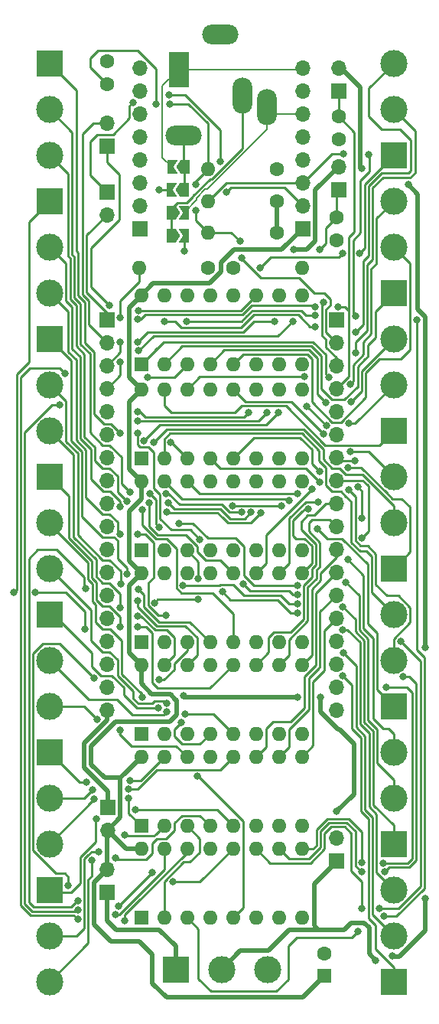
<source format=gbr>
%TF.GenerationSoftware,KiCad,Pcbnew,7.0.6*%
%TF.CreationDate,2024-08-21T19:33:41+02:00*%
%TF.ProjectId,Koracni ksilofon,4b6f7261-636e-4692-906b-73696c6f666f,rev?*%
%TF.SameCoordinates,PXca73a30PY16e2660*%
%TF.FileFunction,Copper,L1,Top*%
%TF.FilePolarity,Positive*%
%FSLAX46Y46*%
G04 Gerber Fmt 4.6, Leading zero omitted, Abs format (unit mm)*
G04 Created by KiCad (PCBNEW 7.0.6) date 2024-08-21 19:33:41*
%MOMM*%
%LPD*%
G01*
G04 APERTURE LIST*
G04 Aperture macros list*
%AMFreePoly0*
4,1,6,1.000000,0.000000,0.500000,-0.750000,-0.500000,-0.750000,-0.500000,0.750000,0.500000,0.750000,1.000000,0.000000,1.000000,0.000000,$1*%
%AMFreePoly1*
4,1,6,0.500000,-0.750000,-0.650000,-0.750000,-0.150000,0.000000,-0.650000,0.750000,0.500000,0.750000,0.500000,-0.750000,0.500000,-0.750000,$1*%
G04 Aperture macros list end*
%TA.AperFunction,ComponentPad*%
%ADD10R,1.700000X1.700000*%
%TD*%
%TA.AperFunction,ComponentPad*%
%ADD11O,1.700000X1.700000*%
%TD*%
%TA.AperFunction,ComponentPad*%
%ADD12C,1.600000*%
%TD*%
%TA.AperFunction,ComponentPad*%
%ADD13O,1.600000X1.600000*%
%TD*%
%TA.AperFunction,ComponentPad*%
%ADD14R,3.000000X3.000000*%
%TD*%
%TA.AperFunction,ComponentPad*%
%ADD15C,3.000000*%
%TD*%
%TA.AperFunction,SMDPad,CuDef*%
%ADD16FreePoly0,0.000000*%
%TD*%
%TA.AperFunction,SMDPad,CuDef*%
%ADD17FreePoly1,0.000000*%
%TD*%
%TA.AperFunction,ComponentPad*%
%ADD18R,1.600000X1.600000*%
%TD*%
%TA.AperFunction,SMDPad,CuDef*%
%ADD19FreePoly0,180.000000*%
%TD*%
%TA.AperFunction,SMDPad,CuDef*%
%ADD20FreePoly1,180.000000*%
%TD*%
%TA.AperFunction,ComponentPad*%
%ADD21O,4.000000X2.200000*%
%TD*%
%TA.AperFunction,ComponentPad*%
%ADD22O,2.200000X4.000000*%
%TD*%
%TA.AperFunction,ComponentPad*%
%ADD23R,2.200000X4.000000*%
%TD*%
%TA.AperFunction,ViaPad*%
%ADD24C,0.800000*%
%TD*%
%TA.AperFunction,Conductor*%
%ADD25C,0.250000*%
%TD*%
%TA.AperFunction,Conductor*%
%ADD26C,0.500000*%
%TD*%
%TA.AperFunction,Conductor*%
%ADD27C,0.200000*%
%TD*%
G04 APERTURE END LIST*
D10*
%TO.P,SW1,1,1*%
%TO.N,/vol_up*%
X40698000Y-24264000D03*
D11*
%TO.P,SW1,2,2*%
%TO.N,+3.3V*%
X40698000Y-21724000D03*
%TD*%
D12*
%TO.P,R5,1*%
%TO.N,GND*%
X29014000Y-32900000D03*
D13*
%TO.P,R5,2*%
%TO.N,/vol_up*%
X36634000Y-32900000D03*
%TD*%
D14*
%TO.P,J9,1,Pin_1*%
%TO.N,/MUX_4_IN_4*%
X8694000Y-25534000D03*
D15*
%TO.P,J9,2,Pin_2*%
%TO.N,/MUX_4_IN_5*%
X8694000Y-30614000D03*
%TO.P,J9,3,Pin_3*%
%TO.N,/MUX_4_IN_6*%
X8694000Y-35694000D03*
%TD*%
D10*
%TO.P,J20,1,Pin_1*%
%TO.N,/MP3_TX*%
X40469000Y-38667000D03*
D11*
%TO.P,J20,2,Pin_2*%
%TO.N,/MASTER_MUX_OUT*%
X40469000Y-41207000D03*
%TO.P,J20,3,Pin_3*%
%TO.N,/vol_up*%
X40469000Y-43747000D03*
%TO.P,J20,4,Pin_4*%
%TO.N,/vol_down*%
X40469000Y-46287000D03*
%TO.P,J20,5,Pin_5*%
%TO.N,/MUX_4_S0*%
X40469000Y-48827000D03*
%TO.P,J20,6,Pin_6*%
%TO.N,unconnected-(J20-Pin_6-Pad6)*%
X40469000Y-51367000D03*
%TO.P,J20,7,Pin_7*%
%TO.N,/MUX_4_S1*%
X40469000Y-53907000D03*
%TO.P,J20,8,Pin_8*%
%TO.N,/MUX_4_S2*%
X40469000Y-56447000D03*
%TO.P,J20,9,Pin_9*%
%TO.N,/MUX_5_S0*%
X40469000Y-58987000D03*
%TO.P,J20,10,Pin_10*%
%TO.N,/MUX_5_S1*%
X40469000Y-61527000D03*
%TO.P,J20,11,Pin_11*%
%TO.N,/MUX_5_S2*%
X40469000Y-64067000D03*
%TO.P,J20,12,Pin_12*%
%TO.N,/MUX_6_S0*%
X40469000Y-66607000D03*
%TO.P,J20,13,Pin_13*%
%TO.N,/MUX_6_S1*%
X40469000Y-69147000D03*
%TO.P,J20,14,Pin_14*%
%TO.N,/MUX_6_S2*%
X40469000Y-71687000D03*
%TO.P,J20,15,Pin_15*%
%TO.N,/MUX_MASTER_S0*%
X40469000Y-74227000D03*
%TO.P,J20,16,Pin_16*%
%TO.N,/MUX_MASTER_S1*%
X40469000Y-76767000D03*
%TO.P,J20,17,Pin_17*%
%TO.N,/MUX_MASTER_S2*%
X40469000Y-79307000D03*
%TO.P,J20,18,Pin_18*%
%TO.N,unconnected-(J20-Pin_18-Pad18)*%
X40469000Y-81847000D03*
%TD*%
D10*
%TO.P,J19,1,Pin_1*%
%TO.N,Net-(J18-Pin_2)*%
X15069000Y-38667000D03*
D11*
%TO.P,J19,2,Pin_2*%
%TO.N,Net-(J17-Pin_2)*%
X15069000Y-41207000D03*
%TO.P,J19,3,Pin_3*%
%TO.N,/MUX_1_S1*%
X15069000Y-43747000D03*
%TO.P,J19,4,Pin_4*%
%TO.N,/MUX_1_S2*%
X15069000Y-46287000D03*
%TO.P,J19,5,Pin_5*%
%TO.N,/MUX_2_S0*%
X15069000Y-48827000D03*
%TO.P,J19,6,Pin_6*%
%TO.N,/MUX_2_S1*%
X15069000Y-51367000D03*
%TO.P,J19,7,Pin_7*%
%TO.N,/MUX_2_S2*%
X15069000Y-53907000D03*
%TO.P,J19,8,Pin_8*%
%TO.N,/MUX_3_S0*%
X15069000Y-56447000D03*
%TO.P,J19,9,Pin_9*%
%TO.N,/MUX_3_S1*%
X15069000Y-58987000D03*
%TO.P,J19,10,Pin_10*%
%TO.N,/MUX_3_S2*%
X15069000Y-61527000D03*
%TO.P,J19,11,Pin_11*%
%TO.N,unconnected-(J19-Pin_11-Pad11)*%
X15069000Y-64067000D03*
%TO.P,J19,12,Pin_12*%
%TO.N,unconnected-(J19-Pin_12-Pad12)*%
X15069000Y-66607000D03*
%TO.P,J19,13,Pin_13*%
%TO.N,unconnected-(J19-Pin_13-Pad13)*%
X15069000Y-69147000D03*
%TO.P,J19,14,Pin_14*%
%TO.N,unconnected-(J19-Pin_14-Pad14)*%
X15069000Y-71687000D03*
%TO.P,J19,15,Pin_15*%
%TO.N,GND*%
X15069000Y-74227000D03*
%TO.P,J19,16,Pin_16*%
%TO.N,unconnected-(J19-Pin_16-Pad16)*%
X15069000Y-76767000D03*
%TO.P,J19,17,Pin_17*%
%TO.N,Net-(J19-Pin_17)*%
X15069000Y-79307000D03*
%TO.P,J19,18,Pin_18*%
%TO.N,Net-(J19-Pin_18)*%
X15069000Y-81847000D03*
%TD*%
D16*
%TO.P,JP4,1,A*%
%TO.N,Net-(JP1-A)*%
X22156000Y-26804000D03*
D17*
%TO.P,JP4,2,B*%
%TO.N,/SPK-*%
X23606000Y-26804000D03*
%TD*%
D12*
%TO.P,R6,1*%
%TO.N,GND*%
X26220000Y-32900000D03*
D13*
%TO.P,R6,2*%
%TO.N,/vol_down*%
X18600000Y-32900000D03*
%TD*%
D10*
%TO.P,J16,1,Pin_1*%
%TO.N,unconnected-(J16-Pin_1-Pad1)*%
X18730000Y-28567000D03*
D11*
%TO.P,J16,2,Pin_2*%
%TO.N,unconnected-(J16-Pin_2-Pad2)*%
X18730000Y-26027000D03*
%TO.P,J16,3,Pin_3*%
%TO.N,unconnected-(J16-Pin_3-Pad3)*%
X18730000Y-23487000D03*
%TO.P,J16,4,Pin_4*%
%TO.N,unconnected-(J16-Pin_4-Pad4)*%
X18730000Y-20947000D03*
%TO.P,J16,5,Pin_5*%
%TO.N,unconnected-(J16-Pin_5-Pad5)*%
X18730000Y-18407000D03*
%TO.P,J16,6,Pin_6*%
%TO.N,unconnected-(J16-Pin_6-Pad6)*%
X18730000Y-15867000D03*
%TO.P,J16,7,Pin_7*%
%TO.N,GND*%
X18730000Y-13327000D03*
%TO.P,J16,8,Pin_8*%
%TO.N,unconnected-(J16-Pin_8-Pad8)*%
X18730000Y-10787000D03*
%TD*%
D18*
%TO.P,U4,1,X4*%
%TO.N,/MUX_4_IN_4*%
X18839000Y-74324000D03*
D13*
%TO.P,U4,2,X6*%
%TO.N,/MUX_4_IN_6*%
X21379000Y-74324000D03*
%TO.P,U4,3,X*%
%TO.N,/SLAVE_MUX_4_OUT*%
X23919000Y-74324000D03*
%TO.P,U4,4,X7*%
%TO.N,/MUX_4_IN_7*%
X26459000Y-74324000D03*
%TO.P,U4,5,X5*%
%TO.N,/MUX_4_IN_5*%
X28999000Y-74324000D03*
%TO.P,U4,6,Inh*%
%TO.N,GND*%
X31539000Y-74324000D03*
%TO.P,U4,7,VEE*%
X34079000Y-74324000D03*
%TO.P,U4,8,VSS*%
X36619000Y-74324000D03*
%TO.P,U4,9,C*%
%TO.N,/MUX_4_S2*%
X36619000Y-66704000D03*
%TO.P,U4,10,B*%
%TO.N,/MUX_4_S1*%
X34079000Y-66704000D03*
%TO.P,U4,11,A*%
%TO.N,/MUX_4_S0*%
X31539000Y-66704000D03*
%TO.P,U4,12,X3*%
%TO.N,/MUX_4_IN_3*%
X28999000Y-66704000D03*
%TO.P,U4,13,X0*%
%TO.N,unconnected-(U4-X0-Pad13)*%
X26459000Y-66704000D03*
%TO.P,U4,14,X1*%
%TO.N,/MUX_4_IN_1*%
X23919000Y-66704000D03*
%TO.P,U4,15,X2*%
%TO.N,/MUX_4_IN_2*%
X21379000Y-66704000D03*
%TO.P,U4,16,VDD*%
%TO.N,VCC*%
X18839000Y-66704000D03*
%TD*%
D18*
%TO.P,U6,1,X4*%
%TO.N,/MUX_6_IN_4*%
X18839000Y-94644000D03*
D13*
%TO.P,U6,2,X6*%
%TO.N,/MUX_6_IN_6*%
X21379000Y-94644000D03*
%TO.P,U6,3,X*%
%TO.N,/SLAVE_MUX_6_OUT*%
X23919000Y-94644000D03*
%TO.P,U6,4,X7*%
%TO.N,/MUX_6_IN_7*%
X26459000Y-94644000D03*
%TO.P,U6,5,X5*%
%TO.N,/MUX_6_IN_5*%
X28999000Y-94644000D03*
%TO.P,U6,6,Inh*%
%TO.N,GND*%
X31539000Y-94644000D03*
%TO.P,U6,7,VEE*%
X34079000Y-94644000D03*
%TO.P,U6,8,VSS*%
X36619000Y-94644000D03*
%TO.P,U6,9,C*%
%TO.N,/MUX_6_S2*%
X36619000Y-87024000D03*
%TO.P,U6,10,B*%
%TO.N,/MUX_6_S1*%
X34079000Y-87024000D03*
%TO.P,U6,11,A*%
%TO.N,/MUX_6_S0*%
X31539000Y-87024000D03*
%TO.P,U6,12,X3*%
%TO.N,/MUX_6_IN_3*%
X28999000Y-87024000D03*
%TO.P,U6,13,X0*%
%TO.N,unconnected-(U6-X0-Pad13)*%
X26459000Y-87024000D03*
%TO.P,U6,14,X1*%
%TO.N,/MUX_6_IN_1*%
X23919000Y-87024000D03*
%TO.P,U6,15,X2*%
%TO.N,/MUX_6_IN_2*%
X21379000Y-87024000D03*
%TO.P,U6,16,VDD*%
%TO.N,VCC*%
X18839000Y-87024000D03*
%TD*%
D14*
%TO.P,J4,1,Pin_1*%
%TO.N,/MUX_2_IN_5*%
X46794000Y-66173999D03*
D15*
%TO.P,J4,2,Pin_2*%
%TO.N,/MUX_2_IN_4*%
X46794000Y-61093999D03*
%TO.P,J4,3,Pin_3*%
%TO.N,/MUX_2_IN_3*%
X46794000Y-56013999D03*
%TD*%
D14*
%TO.P,J26,1,Pin_1*%
%TO.N,Net-(J26-Pin_1)*%
X22655003Y-110531453D03*
D15*
%TO.P,J26,2,Pin_2*%
%TO.N,+3.3V*%
X27735003Y-110531453D03*
%TO.P,J26,3,Pin_3*%
%TO.N,GND*%
X32815003Y-110531453D03*
%TD*%
D18*
%TO.P,U3,1,X4*%
%TO.N,/MUX_3_IN_4*%
X18839000Y-64164000D03*
D13*
%TO.P,U3,2,X6*%
%TO.N,/MUX_3_IN_6*%
X21379000Y-64164000D03*
%TO.P,U3,3,X*%
%TO.N,/SLAVE_MUX_3_OUT*%
X23919000Y-64164000D03*
%TO.P,U3,4,X7*%
%TO.N,/MUX_3_IN_7*%
X26459000Y-64164000D03*
%TO.P,U3,5,X5*%
%TO.N,/MUX_3_IN_5*%
X28999000Y-64164000D03*
%TO.P,U3,6,Inh*%
%TO.N,GND*%
X31539000Y-64164000D03*
%TO.P,U3,7,VEE*%
X34079000Y-64164000D03*
%TO.P,U3,8,VSS*%
X36619000Y-64164000D03*
%TO.P,U3,9,C*%
%TO.N,/MUX_3_S2*%
X36619000Y-56544000D03*
%TO.P,U3,10,B*%
%TO.N,/MUX_3_S1*%
X34079000Y-56544000D03*
%TO.P,U3,11,A*%
%TO.N,/MUX_3_S0*%
X31539000Y-56544000D03*
%TO.P,U3,12,X3*%
%TO.N,/MUX_3_IN_3*%
X28999000Y-56544000D03*
%TO.P,U3,13,X0*%
%TO.N,unconnected-(U3-X0-Pad13)*%
X26459000Y-56544000D03*
%TO.P,U3,14,X1*%
%TO.N,/MUX_3_IN_1*%
X23919000Y-56544000D03*
%TO.P,U3,15,X2*%
%TO.N,/MUX_3_IN_2*%
X21379000Y-56544000D03*
%TO.P,U3,16,VDD*%
%TO.N,VCC*%
X18839000Y-56544000D03*
%TD*%
D19*
%TO.P,JP3,1,A*%
%TO.N,Net-(JP2-A)*%
X23680001Y-21724000D03*
D20*
%TO.P,JP3,2,B*%
%TO.N,/SPK+*%
X22230001Y-21724000D03*
%TD*%
D18*
%TO.P,U5,1,X4*%
%TO.N,/MUX_5_IN_4*%
X18839000Y-84484000D03*
D13*
%TO.P,U5,2,X6*%
%TO.N,/MUX_5_IN_6*%
X21379000Y-84484000D03*
%TO.P,U5,3,X*%
%TO.N,/SLAVE_MUX_5_OUT*%
X23919000Y-84484000D03*
%TO.P,U5,4,X7*%
%TO.N,/MUX_5_IN_7*%
X26459000Y-84484000D03*
%TO.P,U5,5,X5*%
%TO.N,/MUX_5_IN_5*%
X28999000Y-84484000D03*
%TO.P,U5,6,Inh*%
%TO.N,GND*%
X31539000Y-84484000D03*
%TO.P,U5,7,VEE*%
X34079000Y-84484000D03*
%TO.P,U5,8,VSS*%
X36619000Y-84484000D03*
%TO.P,U5,9,C*%
%TO.N,/MUX_5_S2*%
X36619000Y-76864000D03*
%TO.P,U5,10,B*%
%TO.N,/MUX_5_S1*%
X34079000Y-76864000D03*
%TO.P,U5,11,A*%
%TO.N,/MUX_5_S0*%
X31539000Y-76864000D03*
%TO.P,U5,12,X3*%
%TO.N,/MUX_5_IN_3*%
X28999000Y-76864000D03*
%TO.P,U5,13,X0*%
%TO.N,unconnected-(U5-X0-Pad13)*%
X26459000Y-76864000D03*
%TO.P,U5,14,X1*%
%TO.N,/MUX_5_IN_1*%
X23919000Y-76864000D03*
%TO.P,U5,15,X2*%
%TO.N,/MUX_5_IN_2*%
X21379000Y-76864000D03*
%TO.P,U5,16,VDD*%
%TO.N,VCC*%
X18839000Y-76864000D03*
%TD*%
D14*
%TO.P,J2,1,Pin_1*%
%TO.N,/MUX_3_IN_4*%
X46794000Y-96654000D03*
D15*
%TO.P,J2,2,Pin_2*%
%TO.N,/MUX_3_IN_3*%
X46794000Y-91574000D03*
%TO.P,J2,3,Pin_3*%
%TO.N,/MUX_3_IN_2*%
X46794000Y-86494000D03*
%TD*%
D12*
%TO.P,C1,1*%
%TO.N,GND*%
X40698000Y-18676000D03*
%TO.P,C1,2*%
%TO.N,/vol_down*%
X40698000Y-16176000D03*
%TD*%
D14*
%TO.P,J3,1,Pin_1*%
%TO.N,/MUX_3_IN_1*%
X46794000Y-81414000D03*
D15*
%TO.P,J3,2,Pin_2*%
%TO.N,/MUX_2_IN_7*%
X46794000Y-76334000D03*
%TO.P,J3,3,Pin_3*%
%TO.N,/MUX_2_IN_6*%
X46794000Y-71254000D03*
%TD*%
D18*
%TO.P,C4,1*%
%TO.N,VCC*%
X39150000Y-111250000D03*
D12*
%TO.P,C4,2*%
%TO.N,GND*%
X39150000Y-108750000D03*
%TD*%
D18*
%TO.P,U7,1,X4*%
%TO.N,/SLAVE_MUX_4_OUT*%
X18839000Y-104804000D03*
D13*
%TO.P,U7,2,X6*%
%TO.N,/SLAVE_MUX_6_OUT*%
X21379000Y-104804000D03*
%TO.P,U7,3,X*%
%TO.N,/MASTER_MUX_OUT*%
X23919000Y-104804000D03*
%TO.P,U7,4,X7*%
%TO.N,unconnected-(U7-X7-Pad4)*%
X26459000Y-104804000D03*
%TO.P,U7,5,X5*%
%TO.N,/SLAVE_MUX_5_OUT*%
X28999000Y-104804000D03*
%TO.P,U7,6,Inh*%
%TO.N,GND*%
X31539000Y-104804000D03*
%TO.P,U7,7,VEE*%
X34079000Y-104804000D03*
%TO.P,U7,8,VSS*%
X36619000Y-104804000D03*
%TO.P,U7,9,C*%
%TO.N,/MUX_MASTER_S2*%
X36619000Y-97184000D03*
%TO.P,U7,10,B*%
%TO.N,/MUX_MASTER_S1*%
X34079000Y-97184000D03*
%TO.P,U7,11,A*%
%TO.N,/MUX_MASTER_S0*%
X31539000Y-97184000D03*
%TO.P,U7,12,X3*%
%TO.N,/SLAVE_MUX_3_OUT*%
X28999000Y-97184000D03*
%TO.P,U7,13,X0*%
%TO.N,unconnected-(U7-X0-Pad13)*%
X26459000Y-97184000D03*
%TO.P,U7,14,X1*%
%TO.N,/SLAVE_MUX_1_OUT*%
X23919000Y-97184000D03*
%TO.P,U7,15,X2*%
%TO.N,/SLAVE_MUX_2_OUT*%
X21379000Y-97184000D03*
%TO.P,U7,16,VDD*%
%TO.N,VCC*%
X18839000Y-97184000D03*
%TD*%
D18*
%TO.P,U2,1,X4*%
%TO.N,/MUX_2_IN_4*%
X18839000Y-54004000D03*
D13*
%TO.P,U2,2,X6*%
%TO.N,/MUX_2_IN_6*%
X21379000Y-54004000D03*
%TO.P,U2,3,X*%
%TO.N,/SLAVE_MUX_2_OUT*%
X23919000Y-54004000D03*
%TO.P,U2,4,X7*%
%TO.N,/MUX_2_IN_7*%
X26459000Y-54004000D03*
%TO.P,U2,5,X5*%
%TO.N,/MUX_2_IN_5*%
X28999000Y-54004000D03*
%TO.P,U2,6,Inh*%
%TO.N,GND*%
X31539000Y-54004000D03*
%TO.P,U2,7,VEE*%
X34079000Y-54004000D03*
%TO.P,U2,8,VSS*%
X36619000Y-54004000D03*
%TO.P,U2,9,C*%
%TO.N,/MUX_2_S2*%
X36619000Y-46384000D03*
%TO.P,U2,10,B*%
%TO.N,/MUX_2_S1*%
X34079000Y-46384000D03*
%TO.P,U2,11,A*%
%TO.N,/MUX_2_S0*%
X31539000Y-46384000D03*
%TO.P,U2,12,X3*%
%TO.N,/MUX_2_IN_3*%
X28999000Y-46384000D03*
%TO.P,U2,13,X0*%
%TO.N,unconnected-(U2-X0-Pad13)*%
X26459000Y-46384000D03*
%TO.P,U2,14,X1*%
%TO.N,/MUX_2_IN_1*%
X23919000Y-46384000D03*
%TO.P,U2,15,X2*%
%TO.N,/MUX_2_IN_2*%
X21379000Y-46384000D03*
%TO.P,U2,16,VDD*%
%TO.N,VCC*%
X18839000Y-46384000D03*
%TD*%
D12*
%TO.P,C2,1*%
%TO.N,GND*%
X40444000Y-29852000D03*
%TO.P,C2,2*%
%TO.N,/vol_up*%
X40444000Y-27352000D03*
%TD*%
D14*
%TO.P,J13,1,Pin_1*%
%TO.N,/MUX_6_IN_2*%
X8694000Y-86494001D03*
D15*
%TO.P,J13,2,Pin_2*%
%TO.N,/MUX_6_IN_3*%
X8694000Y-91574001D03*
%TO.P,J13,3,Pin_3*%
%TO.N,/MUX_6_IN_4*%
X8694000Y-96654001D03*
%TD*%
D10*
%TO.P,J21,1,Pin_1*%
%TO.N,Net-(J19-Pin_18)*%
X15114000Y-92579000D03*
D11*
%TO.P,J21,2,Pin_2*%
%TO.N,VCC*%
X15114000Y-95119000D03*
%TD*%
D12*
%TO.P,R1,1*%
%TO.N,+3.3V*%
X33840000Y-25540000D03*
D13*
%TO.P,R1,2*%
%TO.N,/MP3_TX*%
X26220000Y-25540000D03*
%TD*%
D10*
%TO.P,J22,1,Pin_1*%
%TO.N,+3.3V*%
X40464000Y-98579000D03*
D11*
%TO.P,J22,2,Pin_2*%
%TO.N,Net-(J19-Pin_17)*%
X40464000Y-96039000D03*
%TD*%
D14*
%TO.P,J7,1,Pin_1*%
%TO.N,/MUX_1_IN_3*%
X46794000Y-20453999D03*
D15*
%TO.P,J7,2,Pin_2*%
%TO.N,/MUX_1_IN_2*%
X46794000Y-15373999D03*
%TO.P,J7,3,Pin_3*%
%TO.N,/MUX_1_IN_1*%
X46794000Y-10293999D03*
%TD*%
D14*
%TO.P,J14,1,Pin_1*%
%TO.N,/MUX_6_IN_5*%
X8694000Y-101734000D03*
D15*
%TO.P,J14,2,Pin_2*%
%TO.N,/MUX_6_IN_6*%
X8694000Y-106814000D03*
%TO.P,J14,3,Pin_3*%
%TO.N,/MUX_6_IN_7*%
X8694000Y-111894000D03*
%TD*%
D14*
%TO.P,J8,1,Pin_1*%
%TO.N,/MUX_4_IN_1*%
X8694000Y-10294000D03*
D15*
%TO.P,J8,2,Pin_2*%
%TO.N,/MUX_4_IN_2*%
X8694000Y-15374000D03*
%TO.P,J8,3,Pin_3*%
%TO.N,/MUX_4_IN_3*%
X8694000Y-20454000D03*
%TD*%
D10*
%TO.P,J15,1,Pin_1*%
%TO.N,VCC*%
X36730000Y-28567000D03*
D11*
%TO.P,J15,2,Pin_2*%
%TO.N,/MP3_RX*%
X36730000Y-26027000D03*
%TO.P,J15,3,Pin_3*%
%TO.N,/MP3_TX*%
X36730000Y-23487000D03*
%TO.P,J15,4,Pin_4*%
%TO.N,unconnected-(J15-Pin_4-Pad4)*%
X36730000Y-20947000D03*
%TO.P,J15,5,Pin_5*%
%TO.N,unconnected-(J15-Pin_5-Pad5)*%
X36730000Y-18407000D03*
%TO.P,J15,6,Pin_6*%
%TO.N,/SPK-*%
X36730000Y-15867000D03*
%TO.P,J15,7,Pin_7*%
%TO.N,GND*%
X36730000Y-13327000D03*
%TO.P,J15,8,Pin_8*%
%TO.N,/SPK+*%
X36730000Y-10787000D03*
%TD*%
D10*
%TO.P,J17,1,Pin_1*%
%TO.N,/MUX_1_S0*%
X15044000Y-19438000D03*
D11*
%TO.P,J17,2,Pin_2*%
%TO.N,Net-(J17-Pin_2)*%
X15044000Y-16898000D03*
%TD*%
D14*
%TO.P,J1,1,Pin_1*%
%TO.N,/MUX_3_IN_7*%
X46794000Y-111894001D03*
D15*
%TO.P,J1,2,Pin_2*%
%TO.N,/MUX_3_IN_6*%
X46794000Y-106814001D03*
%TO.P,J1,3,Pin_3*%
%TO.N,/MUX_3_IN_5*%
X46794000Y-101734001D03*
%TD*%
D16*
%TO.P,JP1,1,A*%
%TO.N,Net-(JP1-A)*%
X22155999Y-29344000D03*
D17*
%TO.P,JP1,2,B*%
%TO.N,GND*%
X23605999Y-29344000D03*
%TD*%
D14*
%TO.P,J10,1,Pin_1*%
%TO.N,/MUX_4_IN_7*%
X8694000Y-40774001D03*
D15*
%TO.P,J10,2,Pin_2*%
%TO.N,/MUX_5_IN_1*%
X8694000Y-45854001D03*
%TO.P,J10,3,Pin_3*%
%TO.N,/MUX_5_IN_2*%
X8694000Y-50934001D03*
%TD*%
D10*
%TO.P,J18,1,Pin_1*%
%TO.N,/MP3_RX*%
X15044000Y-24518000D03*
D11*
%TO.P,J18,2,Pin_2*%
%TO.N,Net-(J18-Pin_2)*%
X15044000Y-27058000D03*
%TD*%
D19*
%TO.P,JP2,1,A*%
%TO.N,Net-(JP2-A)*%
X23643000Y-24264000D03*
D20*
%TO.P,JP2,2,B*%
%TO.N,GND*%
X22193000Y-24264000D03*
%TD*%
D12*
%TO.P,R3,1*%
%TO.N,+3.3V*%
X33834000Y-29004000D03*
D13*
%TO.P,R3,2*%
%TO.N,/MASTER_MUX_OUT*%
X26214000Y-29004000D03*
%TD*%
D12*
%TO.P,R2,1*%
%TO.N,GND*%
X33840000Y-21984000D03*
D13*
%TO.P,R2,2*%
%TO.N,/MASTER_MUX_OUT*%
X26220000Y-21984000D03*
%TD*%
D18*
%TO.P,U1,1,X4*%
%TO.N,/MUX_1_IN_4*%
X18839000Y-43590000D03*
D13*
%TO.P,U1,2,X6*%
%TO.N,/MUX_1_IN_6*%
X21379000Y-43590000D03*
%TO.P,U1,3,X*%
%TO.N,/SLAVE_MUX_1_OUT*%
X23919000Y-43590000D03*
%TO.P,U1,4,X7*%
%TO.N,/MUX_1_IN_7*%
X26459000Y-43590000D03*
%TO.P,U1,5,X5*%
%TO.N,/MUX_1_IN_5*%
X28999000Y-43590000D03*
%TO.P,U1,6,Inh*%
%TO.N,GND*%
X31539000Y-43590000D03*
%TO.P,U1,7,VEE*%
X34079000Y-43590000D03*
%TO.P,U1,8,VSS*%
X36619000Y-43590000D03*
%TO.P,U1,9,C*%
%TO.N,/MUX_1_S2*%
X36619000Y-35970000D03*
%TO.P,U1,10,B*%
%TO.N,/MUX_1_S1*%
X34079000Y-35970000D03*
%TO.P,U1,11,A*%
%TO.N,/MUX_1_S0*%
X31539000Y-35970000D03*
%TO.P,U1,12,X3*%
%TO.N,/MUX_1_IN_3*%
X28999000Y-35970000D03*
%TO.P,U1,13,X0*%
%TO.N,unconnected-(U1-X0-Pad13)*%
X26459000Y-35970000D03*
%TO.P,U1,14,X1*%
%TO.N,/MUX_1_IN_1*%
X23919000Y-35970000D03*
%TO.P,U1,15,X2*%
%TO.N,/MUX_1_IN_2*%
X21379000Y-35970000D03*
%TO.P,U1,16,VDD*%
%TO.N,VCC*%
X18839000Y-35970000D03*
%TD*%
D10*
%TO.P,SW2,1,1*%
%TO.N,/vol_down*%
X40698000Y-13342000D03*
D11*
%TO.P,SW2,2,2*%
%TO.N,+3.3V*%
X40698000Y-10802000D03*
%TD*%
D14*
%TO.P,J6,1,Pin_1*%
%TO.N,/MUX_1_IN_6*%
X46794000Y-35694000D03*
D15*
%TO.P,J6,2,Pin_2*%
%TO.N,/MUX_1_IN_5*%
X46794000Y-30614000D03*
%TO.P,J6,3,Pin_3*%
%TO.N,/MUX_1_IN_4*%
X46794000Y-25534000D03*
%TD*%
D14*
%TO.P,J11,1,Pin_1*%
%TO.N,/MUX_5_IN_3*%
X8694000Y-56014000D03*
D15*
%TO.P,J11,2,Pin_2*%
%TO.N,/MUX_5_IN_4*%
X8694000Y-61094000D03*
%TO.P,J11,3,Pin_3*%
%TO.N,/MUX_5_IN_5*%
X8694000Y-66174000D03*
%TD*%
D12*
%TO.P,C3,1*%
%TO.N,GND*%
X15044000Y-10060001D03*
%TO.P,C3,2*%
%TO.N,/MASTER_MUX_OUT*%
X15044000Y-12560001D03*
%TD*%
D14*
%TO.P,J5,1,Pin_1*%
%TO.N,/MUX_2_IN_2*%
X46794000Y-50934000D03*
D15*
%TO.P,J5,2,Pin_2*%
%TO.N,/MUX_2_IN_1*%
X46794000Y-45854000D03*
%TO.P,J5,3,Pin_3*%
%TO.N,/MUX_1_IN_7*%
X46794000Y-40774000D03*
%TD*%
D10*
%TO.P,SW3,1*%
%TO.N,Net-(J26-Pin_1)*%
X15064000Y-102029000D03*
D11*
%TO.P,SW3,2*%
%TO.N,VCC*%
X15064000Y-99489000D03*
%TD*%
D21*
%TO.P,J23,G*%
%TO.N,GND*%
X27596753Y-7100114D03*
D22*
%TO.P,J23,S*%
%TO.N,/SPK-*%
X32796753Y-15100114D03*
%TO.P,J23,SN*%
%TO.N,Net-(JP1-A)*%
X30096753Y-13900114D03*
D23*
%TO.P,J23,T*%
%TO.N,/SPK+*%
X22996753Y-11000114D03*
D21*
%TO.P,J23,TN*%
%TO.N,Net-(JP2-A)*%
X23496753Y-18300114D03*
%TD*%
D14*
%TO.P,J12,1,Pin_1*%
%TO.N,/MUX_5_IN_6*%
X8694000Y-71254000D03*
D15*
%TO.P,J12,2,Pin_2*%
%TO.N,/MUX_5_IN_7*%
X8694000Y-76334000D03*
%TO.P,J12,3,Pin_3*%
%TO.N,/MUX_6_IN_1*%
X8694000Y-81414000D03*
%TD*%
D24*
%TO.N,/MUX_1_IN_1*%
X42574500Y-40050000D03*
X38119500Y-38199503D03*
X23850000Y-38808149D03*
%TO.N,/MUX_1_IN_2*%
X42600000Y-42350000D03*
X38119500Y-39400000D03*
X21400000Y-38808149D03*
%TO.N,/MUX_1_IN_3*%
X43024500Y-31300000D03*
X41125500Y-31350000D03*
X31962299Y-32937701D03*
%TO.N,/MUX_1_IN_4*%
X42000049Y-45780549D03*
X39600000Y-45050000D03*
%TO.N,/MUX_1_IN_7*%
X39273905Y-47798504D03*
X42060984Y-47769519D03*
%TO.N,/MUX_2_IN_1*%
X37200852Y-48241069D03*
X39327851Y-50372150D03*
X36950000Y-44950000D03*
X41841150Y-50141150D03*
%TO.N,/MUX_2_IN_3*%
X39013705Y-51321001D03*
X42000000Y-53266500D03*
%TO.N,/MUX_2_IN_4*%
X20250000Y-52250000D03*
%TO.N,/MUX_2_IN_5*%
X41737300Y-55012700D03*
X38569500Y-55405348D03*
%TO.N,/MUX_2_IN_7*%
X41801299Y-57448701D03*
X38569500Y-56592583D03*
%TO.N,/MUX_3_IN_1*%
X38350000Y-61800000D03*
X36187701Y-57937701D03*
%TO.N,/MUX_3_IN_2*%
X35200000Y-58662201D03*
X41700000Y-65200000D03*
%TO.N,/MUX_3_IN_3*%
X28950000Y-59224500D03*
X41500000Y-67700000D03*
X34382281Y-59236954D03*
%TO.N,/MUX_3_IN_4*%
X36119500Y-68082374D03*
X23000000Y-61190206D03*
X41172373Y-70419591D03*
%TO.N,/MUX_3_IN_5*%
X41167270Y-72956773D03*
X36119500Y-69081877D03*
X30101244Y-67881833D03*
%TO.N,/MUX_3_IN_6*%
X36119500Y-70081380D03*
X41197438Y-75480170D03*
X23488500Y-68035162D03*
%TO.N,/MUX_3_IN_7*%
X27850000Y-68774500D03*
X36119500Y-71100000D03*
X41167211Y-78037259D03*
%TO.N,/MUX_4_IN_1*%
X16539500Y-51200000D03*
X18438500Y-51200000D03*
X25344295Y-62973706D03*
%TO.N,/MUX_4_IN_2*%
X17650000Y-57750000D03*
X20811195Y-61588805D03*
X19788500Y-57911127D03*
%TO.N,/MUX_4_IN_3*%
X17261320Y-58738884D03*
X19732726Y-58909072D03*
%TO.N,/MUX_4_IN_4*%
X12589500Y-72854000D03*
X4775500Y-68850000D03*
X7124500Y-68850000D03*
%TO.N,/MUX_4_IN_5*%
X16471972Y-59351315D03*
X18992898Y-59692898D03*
%TO.N,/MUX_4_IN_6*%
X16539990Y-62355390D03*
X21564000Y-71379500D03*
X18438500Y-62404000D03*
%TO.N,/MUX_4_IN_7*%
X17283692Y-66812465D03*
X18564000Y-68454000D03*
%TO.N,/MUX_5_IN_1*%
X16559192Y-67861626D03*
X18438500Y-69754000D03*
%TO.N,/MUX_5_IN_2*%
X18438500Y-71404000D03*
X16539500Y-70471898D03*
%TO.N,/MUX_5_IN_3*%
X18438500Y-72604000D03*
X16539500Y-72604000D03*
%TO.N,/MUX_5_IN_4*%
X18944497Y-80379500D03*
%TO.N,/MUX_5_IN_5*%
X21688636Y-81056434D03*
X23713500Y-82284083D03*
%TO.N,/MUX_5_IN_6*%
X20722068Y-81604500D03*
%TO.N,/MUX_5_IN_7*%
X21642602Y-82054500D03*
X23272560Y-83238236D03*
%TO.N,/MUX_6_IN_1*%
X13954840Y-82865243D03*
X16496398Y-84083500D03*
%TO.N,/MUX_6_IN_2*%
X17577898Y-89627898D03*
X12800000Y-89850000D03*
%TO.N,/MUX_6_IN_3*%
X13449357Y-90696864D03*
X17463500Y-90620528D03*
%TO.N,/MUX_6_IN_4*%
X13650000Y-91675000D03*
X17463500Y-91635751D03*
%TO.N,/MUX_6_IN_5*%
X18188000Y-92865201D03*
X13850000Y-93900000D03*
%TO.N,/MUX_6_IN_6*%
X17018898Y-95681102D03*
X14114500Y-97489500D03*
%TO.N,/MUX_6_IN_7*%
X13400000Y-98450000D03*
X16013500Y-98214000D03*
%TO.N,/MP3_RX*%
X27564000Y-21154000D03*
X17914000Y-14654000D03*
X28247299Y-24537299D03*
X21896253Y-13811551D03*
%TO.N,/MP3_TX*%
X41248951Y-20275756D03*
X42575750Y-38225750D03*
X44064000Y-20354000D03*
%TO.N,GND*%
X23600000Y-31075000D03*
X20800000Y-24250000D03*
%TO.N,/MUX_1_S0*%
X18518149Y-37633649D03*
X15364000Y-37104000D03*
%TO.N,/MUX_1_S1*%
X16539500Y-41100000D03*
X33650000Y-38824500D03*
X18438500Y-41100000D03*
%TO.N,/MUX_1_S2*%
X16539989Y-43300609D03*
X18555010Y-42092689D03*
X35606466Y-38824500D03*
%TO.N,/MUX_2_S0*%
X18438500Y-48850000D03*
X30700000Y-48924500D03*
%TO.N,/MUX_2_S1*%
X18438500Y-49849503D03*
X32750000Y-48924500D03*
%TO.N,/MUX_2_S2*%
X34050000Y-48924500D03*
X19163000Y-52025500D03*
%TO.N,/MUX_3_S0*%
X21628231Y-57921132D03*
X30000000Y-59949000D03*
%TO.N,/MUX_3_S1*%
X31012051Y-59961548D03*
X21883652Y-58908250D03*
%TO.N,/MUX_3_S2*%
X32100000Y-60050000D03*
X21650000Y-59950000D03*
%TO.N,+3.3V*%
X48400000Y-23724500D03*
X46683010Y-109066990D03*
X35749898Y-30889898D03*
X43247500Y-21954000D03*
X44816990Y-109533010D03*
X50276208Y-102676208D03*
X50300000Y-74900000D03*
%TO.N,Net-(J19-Pin_17)*%
X40500000Y-93039500D03*
X23549362Y-80255934D03*
X38674500Y-80450000D03*
X36125500Y-80450000D03*
%TO.N,/MASTER_MUX_OUT*%
X45677299Y-104672701D03*
X29769520Y-29954500D03*
X42800858Y-106323500D03*
X24854622Y-26544622D03*
X49343500Y-38700000D03*
X29942531Y-31853500D03*
X24876181Y-23666181D03*
X20497253Y-14804000D03*
X22014000Y-14804000D03*
%TO.N,/MUX_4_S0*%
X37750000Y-57400000D03*
%TO.N,/MUX_4_S1*%
X38474500Y-58800000D03*
X42500000Y-54288200D03*
X42800000Y-57171500D03*
X43274500Y-60650000D03*
%TO.N,/MUX_4_S2*%
X43274500Y-62800000D03*
X37312299Y-59562299D03*
%TO.N,/MUX_MASTER_S0*%
X43275500Y-103800000D03*
X47562299Y-74212299D03*
X45174500Y-103800000D03*
%TO.N,/MUX_MASTER_S1*%
X43275500Y-99749503D03*
X47850000Y-78150000D03*
X45818259Y-99733662D03*
%TO.N,/MUX_MASTER_S2*%
X45624500Y-98753502D03*
X45950000Y-79314498D03*
X43275500Y-98750000D03*
%TO.N,/SLAVE_MUX_1_OUT*%
X19550000Y-44989502D03*
X17050000Y-105150000D03*
X11814500Y-104990450D03*
X10373127Y-44593667D03*
%TO.N,/SLAVE_MUX_2_OUT*%
X16013500Y-104475500D03*
X22103500Y-52262299D03*
X9794500Y-48042300D03*
X11814911Y-103975072D03*
%TO.N,/SLAVE_MUX_3_OUT*%
X20338000Y-69971305D03*
X12719500Y-68373546D03*
X11814460Y-102975570D03*
X22352246Y-100834055D03*
X25150000Y-69624500D03*
X20057155Y-99807155D03*
X25172815Y-67325735D03*
X16305056Y-103519467D03*
%TO.N,/SLAVE_MUX_4_OUT*%
X10793502Y-101262039D03*
X20788500Y-78500000D03*
X13622450Y-78279048D03*
%TO.N,/SLAVE_MUX_5_OUT*%
X25050000Y-89174500D03*
%TO.N,/vol_up*%
X38600000Y-30900000D03*
X39030812Y-36700000D03*
%TO.N,/vol_down*%
X16539500Y-38400000D03*
X38119500Y-37200000D03*
X40650000Y-37217498D03*
X18438500Y-38629919D03*
%TD*%
D25*
%TO.N,/MUX_1_IN_1*%
X36550000Y-37650000D02*
X35500000Y-37650000D01*
X44014000Y-23886000D02*
X44014000Y-31536000D01*
X44050000Y-16200000D02*
X45450000Y-17600000D01*
X48700000Y-18800000D02*
X48700000Y-22197999D01*
X46794000Y-10293999D02*
X44050000Y-13037999D01*
X45450000Y-22450000D02*
X44014000Y-23886000D01*
X30518198Y-38268198D02*
X29978247Y-38808149D01*
X43412250Y-32137750D02*
X43412250Y-39212250D01*
X37099503Y-38199503D02*
X38119500Y-38199503D01*
X43412250Y-39212250D02*
X42574500Y-40050000D01*
X29978247Y-38808149D02*
X23850000Y-38808149D01*
X35500000Y-37650000D02*
X31136396Y-37650000D01*
X48700000Y-22197999D02*
X48447999Y-22450000D01*
X44014000Y-31536000D02*
X43412250Y-32137750D01*
X44050000Y-13037999D02*
X44050000Y-16200000D01*
X31136396Y-37650000D02*
X30518198Y-38268198D01*
X47500000Y-17600000D02*
X48700000Y-18800000D01*
X48447999Y-22450000D02*
X45450000Y-22450000D01*
X45450000Y-17600000D02*
X47500000Y-17600000D01*
X36550000Y-37650000D02*
X37099503Y-38199503D01*
%TO.N,/MUX_1_IN_2*%
X21400000Y-38808149D02*
X22591851Y-38808149D01*
X23316851Y-39533149D02*
X29889643Y-39533149D01*
X44464000Y-25950000D02*
X44464000Y-31948250D01*
X49150000Y-17729999D02*
X49150000Y-22050000D01*
X44464000Y-24072396D02*
X44464000Y-25950000D01*
X43862250Y-32550000D02*
X43862250Y-39887750D01*
X22591851Y-38808149D02*
X23316851Y-39533149D01*
X29889643Y-39533149D02*
X31322792Y-38100000D01*
X37500000Y-39400000D02*
X38119500Y-39400000D01*
X45636396Y-22900000D02*
X44464000Y-24072396D01*
X48634395Y-22900000D02*
X45636396Y-22900000D01*
X42600000Y-41150000D02*
X42600000Y-42350000D01*
X36200000Y-38100000D02*
X36450000Y-38350000D01*
X44464000Y-31948250D02*
X43862250Y-32550000D01*
X43862250Y-39887750D02*
X42600000Y-41150000D01*
X46794000Y-15373999D02*
X49150000Y-17729999D01*
X31322792Y-38100000D02*
X36200000Y-38100000D01*
X49150000Y-22384395D02*
X48634395Y-22900000D01*
X49150000Y-22050000D02*
X49150000Y-22400000D01*
X36450000Y-38350000D02*
X37500000Y-39400000D01*
X49150000Y-22050000D02*
X49150000Y-22384395D01*
%TO.N,/MUX_1_IN_3*%
X33185102Y-31714898D02*
X40760602Y-31714898D01*
X43564000Y-23683999D02*
X46794000Y-20453999D01*
X31962299Y-32937701D02*
X33185102Y-31714898D01*
X40760602Y-31714898D02*
X41125500Y-31350000D01*
X43564000Y-30760500D02*
X43564000Y-23683999D01*
X43024500Y-31300000D02*
X43564000Y-30760500D01*
%TO.N,/MUX_1_IN_4*%
X20589500Y-41839500D02*
X18839000Y-43590000D01*
X42300000Y-45480598D02*
X42000049Y-45780549D01*
X44914000Y-32448250D02*
X44312250Y-33050000D01*
X44312250Y-33050000D02*
X44312250Y-39200000D01*
X43450000Y-42525305D02*
X42300000Y-43675305D01*
X44312250Y-40237750D02*
X43450000Y-41100000D01*
X43450000Y-41100000D02*
X43450000Y-42525305D01*
X42300000Y-43950000D02*
X42300000Y-45480598D01*
X44914000Y-27414000D02*
X44914000Y-29000000D01*
X39250000Y-42500000D02*
X37865000Y-41115000D01*
X44312250Y-39200000D02*
X44312250Y-40237750D01*
X39600000Y-45050000D02*
X39250000Y-44700000D01*
X42300000Y-43675305D02*
X42300000Y-43950000D01*
X20879000Y-41550000D02*
X20589500Y-41839500D01*
X37865000Y-41115000D02*
X21314000Y-41115000D01*
X39250000Y-44700000D02*
X39250000Y-42500000D01*
X46794000Y-25534000D02*
X44914000Y-27414000D01*
X44914000Y-29000000D02*
X44914000Y-32448250D01*
X21314000Y-41115000D02*
X18839000Y-43590000D01*
%TO.N,/MUX_1_IN_5*%
X40955701Y-50002000D02*
X39982299Y-50002000D01*
X37756802Y-47776503D02*
X37756802Y-42993198D01*
X45204396Y-43000000D02*
X43704396Y-44500000D01*
X47600000Y-43000000D02*
X45204396Y-43000000D01*
X30124000Y-42465000D02*
X28999000Y-43590000D01*
X39982299Y-50002000D02*
X37756802Y-47776503D01*
X48619000Y-41981000D02*
X48619000Y-32439000D01*
X37756802Y-42993198D02*
X37228604Y-42465000D01*
X47600000Y-43000000D02*
X48619000Y-41981000D01*
X43704396Y-44500000D02*
X43704396Y-47253305D01*
X37228604Y-42465000D02*
X30124000Y-42465000D01*
X43704396Y-47253305D02*
X40955701Y-50002000D01*
X48619000Y-32439000D02*
X46794000Y-30614000D01*
%TO.N,/MUX_1_IN_6*%
X42800000Y-46005903D02*
X41343903Y-47462000D01*
X44762250Y-37725750D02*
X44762250Y-40637750D01*
X42800000Y-45800000D02*
X42800000Y-46005903D01*
X41343903Y-47462000D02*
X39962000Y-47462000D01*
X38800000Y-42686396D02*
X37678604Y-41565000D01*
X46794000Y-35694000D02*
X44762250Y-37725750D01*
X38800000Y-46300000D02*
X38800000Y-42686396D01*
X37678604Y-41565000D02*
X23404000Y-41565000D01*
X43636396Y-42975305D02*
X42800000Y-43811701D01*
X42800000Y-43811701D02*
X42800000Y-45800000D01*
X43900000Y-41500000D02*
X43900000Y-42711701D01*
X44762250Y-40637750D02*
X43900000Y-41500000D01*
X42800000Y-45800000D02*
X42800000Y-46100000D01*
X39962000Y-47462000D02*
X38800000Y-46300000D01*
X23404000Y-41565000D02*
X21379000Y-43590000D01*
X43900000Y-42711701D02*
X43636396Y-42975305D01*
%TO.N,/MUX_1_IN_7*%
X28034000Y-42015000D02*
X26459000Y-43590000D01*
X43250000Y-44318000D02*
X43250000Y-46580503D01*
X46794000Y-40774000D02*
X43250000Y-44318000D01*
X38350000Y-42950000D02*
X37415000Y-42015000D01*
X37415000Y-42015000D02*
X28034000Y-42015000D01*
X43250000Y-46580503D02*
X42060984Y-47769519D01*
X38350000Y-46874599D02*
X38350000Y-42950000D01*
X39273905Y-47798504D02*
X38350000Y-46874599D01*
%TO.N,/MUX_2_IN_1*%
X42506850Y-50141150D02*
X41841150Y-50141150D01*
X46794000Y-45854000D02*
X42506850Y-50141150D01*
X36950000Y-44950000D02*
X25353000Y-44950000D01*
X25353000Y-44950000D02*
X23919000Y-46384000D01*
X39327851Y-50368068D02*
X37200852Y-48241069D01*
X39327851Y-50372150D02*
X39327851Y-50368068D01*
%TO.N,/MUX_2_IN_2*%
X39192000Y-52542000D02*
X45186000Y-52542000D01*
X34850000Y-48200000D02*
X39192000Y-52542000D01*
X21379000Y-46384000D02*
X21379000Y-48178503D01*
X21379000Y-48178503D02*
X22150000Y-48949503D01*
X30000000Y-48200000D02*
X34850000Y-48200000D01*
X45186000Y-52542000D02*
X46794000Y-50934000D01*
X29250497Y-48949503D02*
X30000000Y-48200000D01*
X22150000Y-48949503D02*
X29250497Y-48949503D01*
%TO.N,/MUX_2_IN_3*%
X35442704Y-47750000D02*
X30365000Y-47750000D01*
X39013705Y-51321001D02*
X35442704Y-47750000D01*
X30365000Y-47750000D02*
X28999000Y-46384000D01*
X46794000Y-56013999D02*
X44046501Y-53266500D01*
X44046501Y-53266500D02*
X42000000Y-53266500D01*
%TO.N,/MUX_2_IN_4*%
X36813604Y-50800000D02*
X39000000Y-52986396D01*
X40782001Y-55082706D02*
X41449295Y-55750000D01*
X21700000Y-50800000D02*
X36813604Y-50800000D01*
X43313604Y-55750000D02*
X46794000Y-59230396D01*
X20250000Y-52250000D02*
X21700000Y-50800000D01*
X41449295Y-55750000D02*
X43313604Y-55750000D01*
X39982299Y-55082000D02*
X40782001Y-55082000D01*
X40782001Y-55082000D02*
X40782001Y-55082706D01*
X39000000Y-54099701D02*
X39982299Y-55082000D01*
X39000000Y-52986396D02*
X39000000Y-54099701D01*
X46794000Y-59230396D02*
X46794000Y-61093999D01*
%TO.N,/MUX_2_IN_5*%
X28999000Y-54004000D02*
X31303000Y-51700000D01*
X43212700Y-55012700D02*
X46050000Y-57850000D01*
X38569500Y-55405348D02*
X37750000Y-54585848D01*
X31303000Y-51700000D02*
X36440812Y-51700000D01*
X46650000Y-58450000D02*
X46050000Y-57850000D01*
X36440812Y-51700000D02*
X37750000Y-53009188D01*
X37750000Y-53009188D02*
X37750000Y-53700000D01*
X37750000Y-54585848D02*
X37750000Y-53900000D01*
X48619000Y-59369000D02*
X47700000Y-58450000D01*
X47700000Y-58450000D02*
X46650000Y-58450000D01*
X41737300Y-55012700D02*
X43212700Y-55012700D01*
X46794000Y-66173999D02*
X48619000Y-64348999D01*
X48619000Y-64348999D02*
X48619000Y-59369000D01*
X37750000Y-53900000D02*
X37750000Y-53700000D01*
%TO.N,/MUX_2_IN_6*%
X22000000Y-51250000D02*
X36627208Y-51250000D01*
X21379000Y-54004000D02*
X21379000Y-51871000D01*
X42100000Y-62900000D02*
X42100000Y-58772000D01*
X42100000Y-63287201D02*
X42100000Y-62900000D01*
X38550000Y-53172792D02*
X38550000Y-54286097D01*
X46794000Y-71254000D02*
X44350000Y-68810000D01*
X21379000Y-51871000D02*
X22000000Y-51250000D01*
X43750000Y-64250000D02*
X43062799Y-64250000D01*
X40950000Y-57622000D02*
X40400000Y-57622000D01*
X43062799Y-64250000D02*
X42100000Y-63287201D01*
X39294000Y-55030097D02*
X39294000Y-56933701D01*
X38550000Y-54286097D02*
X39294000Y-55030097D01*
X44350000Y-64850000D02*
X43750000Y-64250000D01*
X40400000Y-57622000D02*
X39982299Y-57622000D01*
X36627208Y-51250000D02*
X38550000Y-53172792D01*
X39294000Y-56933701D02*
X39982299Y-57622000D01*
X42100000Y-58772000D02*
X41439000Y-58111000D01*
X44350000Y-68810000D02*
X44350000Y-64850000D01*
X41439000Y-58111000D02*
X40950000Y-57622000D01*
%TO.N,/MUX_2_IN_7*%
X42550000Y-63100805D02*
X43099195Y-63650000D01*
X44800000Y-67950000D02*
X46050000Y-69200000D01*
X47320940Y-69200000D02*
X48619000Y-70498060D01*
X38569500Y-56592583D02*
X37105917Y-55129000D01*
X43099195Y-63650000D02*
X43900000Y-63650000D01*
X41801299Y-57448701D02*
X42550000Y-58197402D01*
X48619000Y-72131000D02*
X46794000Y-73956000D01*
X44800000Y-64550000D02*
X44800000Y-67950000D01*
X48619000Y-70498060D02*
X48619000Y-72131000D01*
X46050000Y-69200000D02*
X47320940Y-69200000D01*
X37105917Y-55129000D02*
X27584000Y-55129000D01*
X46794000Y-73956000D02*
X46794000Y-76334000D01*
X43900000Y-63650000D02*
X44800000Y-64550000D01*
X27584000Y-55129000D02*
X26459000Y-54004000D01*
X42550000Y-58197402D02*
X42550000Y-63100805D01*
%TO.N,/MUX_3_IN_1*%
X44969000Y-73319000D02*
X43900000Y-72250000D01*
X41068403Y-62892000D02*
X39442000Y-62892000D01*
X43900000Y-65723597D02*
X41068403Y-62892000D01*
X43900000Y-72250000D02*
X43900000Y-66300000D01*
X39442000Y-62892000D02*
X38350000Y-61800000D01*
X46794000Y-81414000D02*
X44969000Y-79589000D01*
X25312701Y-57937701D02*
X23919000Y-56544000D01*
X36187701Y-57937701D02*
X25312701Y-57937701D01*
X44969000Y-79589000D02*
X44969000Y-73319000D01*
X43900000Y-66300000D02*
X43900000Y-65723597D01*
%TO.N,/MUX_3_IN_2*%
X45619000Y-83850000D02*
X44519000Y-82750000D01*
X44519000Y-73869000D02*
X44519000Y-82750000D01*
X21379000Y-56544000D02*
X23335000Y-58500000D01*
X43450000Y-72800000D02*
X44519000Y-73869000D01*
X43450000Y-66950000D02*
X43450000Y-72800000D01*
X46794000Y-86494000D02*
X46794000Y-84444000D01*
X27850000Y-58500000D02*
X35037799Y-58500000D01*
X41700000Y-65200000D02*
X43450000Y-66950000D01*
X46794000Y-84444000D02*
X46200000Y-83850000D01*
X35037799Y-58500000D02*
X35200000Y-58662201D01*
X46200000Y-83850000D02*
X45619000Y-83850000D01*
X23335000Y-58500000D02*
X27850000Y-58500000D01*
%TO.N,/MUX_3_IN_3*%
X43000000Y-69200000D02*
X43000000Y-72986396D01*
X46794000Y-91574000D02*
X46794000Y-89544000D01*
X43000000Y-72986396D02*
X43981802Y-73968198D01*
X41500000Y-67700000D02*
X43000000Y-69200000D01*
X34369827Y-59224500D02*
X34382281Y-59236954D01*
X44969000Y-87719000D02*
X44969000Y-83987198D01*
X43981802Y-73968198D02*
X43981802Y-83000000D01*
X28950000Y-59224500D02*
X34369827Y-59224500D01*
X46794000Y-89544000D02*
X44969000Y-87719000D01*
X44969000Y-83987198D02*
X43981802Y-83000000D01*
%TO.N,/MUX_3_IN_4*%
X46794000Y-96654000D02*
X46794000Y-94594000D01*
X30200000Y-66955991D02*
X31047004Y-67802996D01*
X29275991Y-62850000D02*
X30200000Y-63774009D01*
X30200000Y-63774009D02*
X30200000Y-64700000D01*
X31047004Y-67802996D02*
X31179120Y-67935111D01*
X43531802Y-74154594D02*
X42550000Y-73172792D01*
X24586100Y-61190206D02*
X26245894Y-62850000D01*
X46794000Y-94594000D02*
X44519000Y-92319000D01*
X44519000Y-92319000D02*
X44519000Y-84173594D01*
X26245894Y-62850000D02*
X29275991Y-62850000D01*
X42550000Y-73172792D02*
X42550000Y-71797218D01*
X23000000Y-61190206D02*
X24586100Y-61190206D01*
X43531802Y-83186396D02*
X43531802Y-74154594D01*
X44519000Y-84173594D02*
X43531802Y-83186396D01*
X31326382Y-68082374D02*
X31047004Y-67802996D01*
X42550000Y-71797218D02*
X41172373Y-70419591D01*
X30200000Y-64700000D02*
X30200000Y-66955991D01*
X36119500Y-68082374D02*
X31326382Y-68082374D01*
%TO.N,/MUX_3_IN_5*%
X43081802Y-74340990D02*
X43081802Y-83372792D01*
X44900000Y-93381000D02*
X44069000Y-92550000D01*
X30101244Y-67881833D02*
X30879022Y-68659611D01*
X35631877Y-69081877D02*
X35209611Y-68659611D01*
X46794000Y-101734001D02*
X44900000Y-99840001D01*
X44900000Y-99840001D02*
X44900000Y-93381000D01*
X41167270Y-72956773D02*
X41697585Y-72956773D01*
X30879022Y-68659611D02*
X35230443Y-68659611D01*
X41697585Y-72956773D02*
X43081802Y-74340990D01*
X44069000Y-84359990D02*
X44069000Y-92550000D01*
X43081802Y-83372792D02*
X44069000Y-84359990D01*
X36119500Y-69081877D02*
X35631877Y-69081877D01*
%TO.N,/MUX_3_IN_6*%
X27548460Y-68050735D02*
X27624195Y-67975000D01*
X43619000Y-92869000D02*
X44450000Y-93700000D01*
X23504073Y-68050735D02*
X27548460Y-68050735D01*
X42631802Y-83712802D02*
X43619000Y-84700000D01*
X36119500Y-70081380D02*
X35197269Y-70081380D01*
X27624195Y-67975000D02*
X29025000Y-67975000D01*
X34315889Y-69200000D02*
X30250000Y-69200000D01*
X44450000Y-104470001D02*
X46794000Y-106814001D01*
X23488500Y-68035162D02*
X23504073Y-68050735D01*
X35197269Y-70081380D02*
X34315889Y-69200000D01*
X44450000Y-93700000D02*
X44450000Y-104470001D01*
X30250000Y-69200000D02*
X29025000Y-67975000D01*
X42631802Y-76914534D02*
X42631802Y-83712802D01*
X43619000Y-84700000D02*
X43619000Y-92869000D01*
X41197438Y-75480170D02*
X42631802Y-76914534D01*
%TO.N,/MUX_3_IN_7*%
X41167211Y-78037259D02*
X42181802Y-79051850D01*
X44000000Y-104900000D02*
X44000000Y-104200000D01*
X42181802Y-83899198D02*
X43169000Y-84886396D01*
X31300000Y-69650000D02*
X33950000Y-69650000D01*
X28725500Y-69650000D02*
X31300000Y-69650000D01*
X27850000Y-68774500D02*
X28725500Y-69650000D01*
X33950000Y-69650000D02*
X34700000Y-70400000D01*
X44750000Y-108300000D02*
X44750000Y-105650000D01*
X35400000Y-71100000D02*
X36119500Y-71100000D01*
X44750000Y-105650000D02*
X44000000Y-104900000D01*
X43169000Y-93055396D02*
X44000000Y-93886396D01*
X46794000Y-111894001D02*
X46794000Y-110344000D01*
X44000000Y-93886396D02*
X44000000Y-104200000D01*
X42181802Y-79051850D02*
X42181802Y-83899198D01*
X34700000Y-70400000D02*
X35400000Y-71100000D01*
X46794000Y-110344000D02*
X44750000Y-108300000D01*
X43169000Y-84886396D02*
X43169000Y-93055396D01*
%TO.N,/MUX_4_IN_1*%
X14729990Y-50154000D02*
X13629990Y-49054000D01*
X19660000Y-52750000D02*
X19880000Y-52970000D01*
X11869000Y-31258999D02*
X11664000Y-31054000D01*
X13629990Y-42246404D02*
X12606630Y-41223044D01*
X12606630Y-41223044D02*
X12606630Y-36737442D01*
X11664000Y-31054000D02*
X11664000Y-13264000D01*
X20200000Y-53290000D02*
X19880000Y-52970000D01*
X24285294Y-61914706D02*
X25344295Y-62973706D01*
X16539500Y-51175799D02*
X16539500Y-51200000D01*
X11664000Y-13264000D02*
X8694000Y-10294000D01*
X20200000Y-57297322D02*
X20200000Y-53290000D01*
X18750000Y-52750000D02*
X19660000Y-52750000D01*
X13629990Y-49054000D02*
X13629990Y-42246404D01*
X18438500Y-52438500D02*
X18750000Y-52750000D01*
X20376339Y-57473661D02*
X20907726Y-58005048D01*
X16539500Y-51175799D02*
X15517701Y-50154000D01*
X11869000Y-35999812D02*
X11869000Y-31258999D01*
X12606630Y-36737442D02*
X11869000Y-35999812D01*
X20907726Y-60660031D02*
X22162401Y-61914706D01*
X20376339Y-57473661D02*
X20200000Y-57297322D01*
X15517701Y-50154000D02*
X14729990Y-50154000D01*
X20907726Y-58005048D02*
X20907726Y-60660031D01*
X18438500Y-51200000D02*
X18438500Y-52438500D01*
X22162401Y-61914706D02*
X24285294Y-61914706D01*
%TO.N,/MUX_4_IN_2*%
X11214000Y-31454000D02*
X11214000Y-17894000D01*
X16694000Y-56765882D02*
X16694000Y-56650000D01*
X14567990Y-52542000D02*
X13179990Y-51154000D01*
X12135103Y-36902311D02*
X11419000Y-36186208D01*
X11214000Y-17894000D02*
X8694000Y-15374000D01*
X20457726Y-59942274D02*
X20450000Y-59950000D01*
X15365701Y-52542000D02*
X14567990Y-52542000D01*
X20450000Y-59950000D02*
X20450000Y-61000000D01*
X20450000Y-61227610D02*
X20811195Y-61588805D01*
X16694000Y-56794000D02*
X17650000Y-57750000D01*
X11419000Y-31659000D02*
X11214000Y-31454000D01*
X13179990Y-51154000D02*
X13179990Y-42432800D01*
X20457726Y-58580353D02*
X20457726Y-59942274D01*
X16694000Y-53870299D02*
X15365701Y-52542000D01*
X19788500Y-57911127D02*
X20457726Y-58580353D01*
X20450000Y-61000000D02*
X20450000Y-61227610D01*
X12135103Y-41387913D02*
X12135103Y-36902311D01*
X11419000Y-36186208D02*
X11419000Y-31659000D01*
X16694000Y-56650000D02*
X16694000Y-56794000D01*
X16694000Y-56650000D02*
X16694000Y-53870299D01*
X13179990Y-42432800D02*
X12135103Y-41387913D01*
%TO.N,/MUX_4_IN_3*%
X11664000Y-37067604D02*
X10969000Y-36372604D01*
X13714000Y-54254000D02*
X13714000Y-52772020D01*
X15365701Y-55082000D02*
X14542000Y-55082000D01*
X25064000Y-63718009D02*
X23799991Y-62454000D01*
X27584000Y-65289000D02*
X25993009Y-65289000D01*
X10969000Y-31845396D02*
X10764000Y-31640396D01*
X14542000Y-55082000D02*
X13714000Y-54254000D01*
X10764000Y-22524000D02*
X8694000Y-20454000D01*
X16244000Y-55960299D02*
X15365701Y-55082000D01*
X13714000Y-52772020D02*
X12564000Y-51622020D01*
X19732726Y-61534934D02*
X20651792Y-62454000D01*
X20651792Y-62454000D02*
X22350000Y-62454000D01*
X10764000Y-31640396D02*
X10764000Y-30154000D01*
X11664000Y-41553206D02*
X11664000Y-37067604D01*
X10764000Y-30154000D02*
X10764000Y-22524000D01*
X16244000Y-57721564D02*
X16244000Y-55960299D01*
X23799991Y-62454000D02*
X22350000Y-62454000D01*
X12564000Y-51622020D02*
X12564000Y-42453206D01*
X25064000Y-64359991D02*
X25064000Y-63718009D01*
X28999000Y-66704000D02*
X27584000Y-65289000D01*
X19732726Y-58909072D02*
X19732726Y-61534934D01*
X12564000Y-42453206D02*
X11664000Y-41553206D01*
X17261320Y-58738884D02*
X16244000Y-57721564D01*
X10969000Y-36372604D02*
X10969000Y-31845396D01*
X25993009Y-65289000D02*
X25064000Y-64359991D01*
%TO.N,/MUX_4_IN_4*%
X6400000Y-27828000D02*
X8694000Y-25534000D01*
X5050000Y-68575500D02*
X5050000Y-44650000D01*
X12589500Y-72854000D02*
X12589500Y-70979500D01*
X10464000Y-68854000D02*
X7444000Y-68854000D01*
X4775500Y-68850000D02*
X5050000Y-68575500D01*
X5050000Y-44650000D02*
X6400000Y-43300000D01*
X7444000Y-68854000D02*
X7128500Y-68854000D01*
X7128500Y-68854000D02*
X7124500Y-68850000D01*
X6400000Y-43300000D02*
X6400000Y-27828000D01*
X12589500Y-70979500D02*
X10464000Y-68854000D01*
%TO.N,/MUX_4_IN_5*%
X15921850Y-58178150D02*
X15397701Y-57654000D01*
X12114000Y-42771277D02*
X11214000Y-41871277D01*
X18965893Y-61404497D02*
X20465396Y-62904000D01*
X26750000Y-68900000D02*
X28999000Y-71149000D01*
X14614299Y-57654000D02*
X13264000Y-56303701D01*
X10519000Y-36559000D02*
X10519000Y-32439000D01*
X15397701Y-57654000D02*
X14614299Y-57654000D01*
X22764000Y-63954000D02*
X22764000Y-64954000D01*
X18965893Y-61404497D02*
X18965893Y-59719903D01*
X10519000Y-32439000D02*
X8694000Y-30614000D01*
X16471972Y-58728272D02*
X15921850Y-58178150D01*
X20465396Y-62904000D02*
X21714000Y-62904000D01*
X16471972Y-59351315D02*
X16471972Y-58728272D01*
X13264000Y-56303701D02*
X13264000Y-52958416D01*
X11214000Y-37254000D02*
X10519000Y-36559000D01*
X23313195Y-68900000D02*
X26750000Y-68900000D01*
X22764000Y-68350805D02*
X23313195Y-68900000D01*
X11214000Y-41871277D02*
X11214000Y-37254000D01*
X22764000Y-67250000D02*
X22764000Y-64954000D01*
X28999000Y-71149000D02*
X28999000Y-74324000D01*
X12114000Y-51808416D02*
X12114000Y-42771277D01*
X18965893Y-59719903D02*
X18992898Y-59692898D01*
X22764000Y-67250000D02*
X22764000Y-68350805D01*
X21714000Y-62904000D02*
X22764000Y-63954000D01*
X13264000Y-52958416D02*
X12114000Y-51808416D01*
%TO.N,/MUX_4_IN_6*%
X12720396Y-53051208D02*
X11664000Y-51994812D01*
X16244000Y-62059400D02*
X16539990Y-62355390D01*
X16244000Y-61040299D02*
X16244000Y-62059400D01*
X10764000Y-37764000D02*
X8694000Y-35694000D01*
X15365701Y-60162000D02*
X16244000Y-61040299D01*
X11664000Y-43104000D02*
X10764000Y-42204000D01*
X20712292Y-71379500D02*
X19613500Y-70280708D01*
X10764000Y-42204000D02*
X10764000Y-37764000D01*
X11664000Y-51994812D02*
X11664000Y-43104000D01*
X19613500Y-70280708D02*
X19613500Y-67790500D01*
X12720396Y-58310396D02*
X12720396Y-53051208D01*
X14572000Y-60162000D02*
X12720396Y-58310396D01*
X20254000Y-66950000D02*
X20254000Y-63329000D01*
X19613500Y-67790500D02*
X20254000Y-67150000D01*
X21564000Y-71379500D02*
X20712292Y-71379500D01*
X19329000Y-62404000D02*
X18438500Y-62404000D01*
X20254000Y-67150000D02*
X20254000Y-66950000D01*
X20254000Y-63329000D02*
X19329000Y-62404000D01*
X15365701Y-60162000D02*
X14572000Y-60162000D01*
%TO.N,/MUX_4_IN_7*%
X8694000Y-40774001D02*
X11097197Y-43177198D01*
X12270396Y-60410396D02*
X14562000Y-62702000D01*
X19163500Y-69053500D02*
X19163500Y-70467104D01*
X11097197Y-52064405D02*
X12270396Y-53237604D01*
X24239000Y-72104000D02*
X26459000Y-74324000D01*
X19163500Y-70467104D02*
X20800396Y-72104000D01*
X17283692Y-66103286D02*
X17283692Y-66812465D01*
X18564000Y-68454000D02*
X19163500Y-69053500D01*
X16244000Y-65063594D02*
X17283692Y-66103286D01*
X14562000Y-62702000D02*
X15862002Y-62702000D01*
X20800396Y-72104000D02*
X24239000Y-72104000D01*
X16244000Y-63083998D02*
X16244000Y-65063594D01*
X15862002Y-62702000D02*
X16244000Y-63083998D01*
X12270396Y-53237604D02*
X12270396Y-60410396D01*
X11097197Y-43177198D02*
X11097197Y-52064405D01*
%TO.N,/MUX_5_IN_1*%
X11820396Y-62512396D02*
X11820396Y-53424000D01*
X20614000Y-72554000D02*
X23739991Y-72554000D01*
X10519000Y-52122604D02*
X10519000Y-47679001D01*
X14550000Y-65242000D02*
X11820396Y-62512396D01*
X25044000Y-73858009D02*
X25044000Y-75739000D01*
X16559192Y-66435491D02*
X15365701Y-65242000D01*
X16559192Y-67861626D02*
X16559192Y-66435491D01*
X15365701Y-65242000D02*
X14550000Y-65242000D01*
X25044000Y-75739000D02*
X23919000Y-76864000D01*
X18438500Y-70404000D02*
X18464000Y-70404000D01*
X18464000Y-70404000D02*
X20614000Y-72554000D01*
X10519000Y-47679001D02*
X8694000Y-45854001D01*
X18438500Y-69754000D02*
X18438500Y-70404000D01*
X23739991Y-72554000D02*
X25044000Y-73858009D01*
X11820396Y-53424000D02*
X10519000Y-52122604D01*
%TO.N,/MUX_5_IN_2*%
X18805396Y-71404000D02*
X18438500Y-71404000D01*
X11370396Y-62698792D02*
X13850000Y-65178396D01*
X22504000Y-73858009D02*
X21649991Y-73004000D01*
X11370396Y-53610396D02*
X11370396Y-62698792D01*
X14582299Y-67782000D02*
X15365701Y-67782000D01*
X15365701Y-67782000D02*
X16539500Y-68955799D01*
X16539500Y-68955799D02*
X16539500Y-70471898D01*
X21379000Y-76864000D02*
X22504000Y-75739000D01*
X22504000Y-75739000D02*
X22504000Y-73858009D01*
X13850000Y-67049701D02*
X14582299Y-67782000D01*
X13850000Y-65178396D02*
X13850000Y-67049701D01*
X21649991Y-73004000D02*
X20405396Y-73004000D01*
X20405396Y-73004000D02*
X18805396Y-71404000D01*
X8694000Y-50934001D02*
X11370396Y-53610396D01*
%TO.N,/MUX_5_IN_3*%
X20681434Y-79431434D02*
X26431566Y-79431434D01*
X14700000Y-70322000D02*
X14582000Y-70322000D01*
X18438500Y-72604000D02*
X19369000Y-72604000D01*
X16539500Y-71495799D02*
X15365701Y-70322000D01*
X26431566Y-79431434D02*
X28999000Y-76864000D01*
X20064000Y-78814000D02*
X20681434Y-79431434D01*
X14582299Y-70322000D02*
X14700000Y-70322000D01*
X20064000Y-73299000D02*
X20064000Y-78814000D01*
X13894000Y-69633701D02*
X14582299Y-70322000D01*
X10814000Y-58134000D02*
X10814000Y-62778792D01*
X16539500Y-72604000D02*
X16539500Y-71495799D01*
X13894000Y-67730097D02*
X13894000Y-69633701D01*
X8694000Y-56014000D02*
X10814000Y-58134000D01*
X13400000Y-65364792D02*
X13400000Y-67236097D01*
X19369000Y-72604000D02*
X20064000Y-73299000D01*
X10814000Y-62778792D02*
X13400000Y-65364792D01*
X13400000Y-67236097D02*
X13894000Y-67730097D01*
X15365701Y-70322000D02*
X14700000Y-70322000D01*
%TO.N,/MUX_5_IN_4*%
X8694000Y-61295188D02*
X12950000Y-65551188D01*
X13444000Y-69820097D02*
X13820802Y-70196899D01*
X15372000Y-72862000D02*
X16694000Y-74184000D01*
X8694000Y-61094000D02*
X8694000Y-61295188D01*
X13444000Y-67916493D02*
X13444000Y-69820097D01*
X14582299Y-72862000D02*
X15372000Y-72862000D01*
X16694000Y-74184000D02*
X16694000Y-77856085D01*
X16694000Y-77856085D02*
X18944497Y-80106582D01*
X18944497Y-80106582D02*
X18944497Y-80379500D01*
X12950000Y-65551188D02*
X12950000Y-67422493D01*
X13820802Y-70196899D02*
X13820802Y-72100503D01*
X12950000Y-67422493D02*
X13444000Y-67916493D01*
X13820802Y-72100503D02*
X14582299Y-72862000D01*
%TO.N,/MUX_5_IN_5*%
X21688636Y-81056434D02*
X21511702Y-80879500D01*
X26799083Y-82284083D02*
X23713500Y-82284083D01*
X15365701Y-75402000D02*
X14964000Y-75402000D01*
X14964000Y-75402000D02*
X14582299Y-75402000D01*
X20064000Y-81104000D02*
X18500396Y-81104000D01*
X28999000Y-84484000D02*
X26799083Y-82284083D01*
X13314000Y-74133701D02*
X13314000Y-73504000D01*
X13314000Y-70794000D02*
X13314000Y-73504000D01*
X17957198Y-80560802D02*
X17957198Y-79755679D01*
X8694000Y-66174000D02*
X13314000Y-70794000D01*
X17957198Y-79755679D02*
X16244000Y-78042481D01*
X21511702Y-80879500D02*
X20288500Y-80879500D01*
X20288500Y-80879500D02*
X20064000Y-81104000D01*
X14582299Y-75402000D02*
X13314000Y-74133701D01*
X14964000Y-75402000D02*
X14562000Y-75402000D01*
X18500396Y-81104000D02*
X17957198Y-80560802D01*
X16244000Y-78042481D02*
X16244000Y-76280299D01*
X16244000Y-76280299D02*
X15365701Y-75402000D01*
%TO.N,/MUX_5_IN_6*%
X15597123Y-78032000D02*
X16914000Y-79348877D01*
X9154000Y-71254000D02*
X13400000Y-75500000D01*
X18364500Y-81604500D02*
X20722068Y-81604500D01*
X16914000Y-79348877D02*
X16914000Y-80154000D01*
X8694000Y-71254000D02*
X9154000Y-71254000D01*
X13400000Y-77032000D02*
X14400000Y-78032000D01*
X13400000Y-75500000D02*
X13400000Y-77032000D01*
X16914000Y-80154000D02*
X18364500Y-81604500D01*
X14400000Y-78032000D02*
X15597123Y-78032000D01*
%TO.N,/MUX_5_IN_7*%
X16531551Y-81021551D02*
X17839000Y-82329000D01*
X22504000Y-84704000D02*
X22504000Y-84006796D01*
X26459000Y-84484000D02*
X25334000Y-85609000D01*
X17839000Y-82329000D02*
X20064000Y-82329000D01*
X23409000Y-85609000D02*
X22504000Y-84704000D01*
X13032000Y-80672000D02*
X16182000Y-80672000D01*
X8694000Y-76334000D02*
X13032000Y-80672000D01*
X22504000Y-84006796D02*
X23272560Y-83238236D01*
X16182000Y-80672000D02*
X16531551Y-81021551D01*
X20064000Y-82329000D02*
X21368102Y-82329000D01*
X25334000Y-85609000D02*
X23409000Y-85609000D01*
X21368102Y-82329000D02*
X21642602Y-82054500D01*
%TO.N,/MUX_6_IN_1*%
X16424475Y-84474475D02*
X17500000Y-85550000D01*
X12503597Y-81414000D02*
X13954840Y-82865243D01*
X17749000Y-85799000D02*
X22694000Y-85799000D01*
X22694000Y-85799000D02*
X23919000Y-87024000D01*
X17500000Y-85550000D02*
X17749000Y-85799000D01*
X16496398Y-84546398D02*
X17500000Y-85550000D01*
X16496398Y-84083500D02*
X16496398Y-84546398D01*
X8694000Y-81414000D02*
X12503597Y-81414000D01*
%TO.N,/MUX_6_IN_2*%
X11862499Y-89662501D02*
X12031267Y-89831268D01*
X12049998Y-89850000D02*
X12800000Y-89850000D01*
X18775102Y-89627898D02*
X21379000Y-87024000D01*
X17577898Y-89627898D02*
X18775102Y-89627898D01*
X11862499Y-89662501D02*
X12049998Y-89850000D01*
X8694000Y-86494001D02*
X11862499Y-89662501D01*
%TO.N,/MUX_6_IN_3*%
X27573000Y-88450000D02*
X20589396Y-88450000D01*
X28999000Y-87024000D02*
X27573000Y-88450000D01*
X12572220Y-91574001D02*
X13449357Y-90696864D01*
X18418868Y-90620528D02*
X17463500Y-90620528D01*
X20589396Y-88450000D02*
X18418868Y-90620528D01*
X8694000Y-91574001D02*
X12572220Y-91574001D01*
%TO.N,/MUX_6_IN_4*%
X13650000Y-91698001D02*
X13650000Y-91675000D01*
X17463500Y-91635751D02*
X17463500Y-93268500D01*
X17463500Y-93268500D02*
X18839000Y-94644000D01*
X8694000Y-96654001D02*
X13650000Y-91698001D01*
%TO.N,/MUX_6_IN_5*%
X12089000Y-100991846D02*
X12089000Y-98099299D01*
X8947039Y-101987039D02*
X11093807Y-101987039D01*
X12669150Y-97519150D02*
X13800000Y-96388299D01*
X13800000Y-96388299D02*
X13800000Y-93950000D01*
X12089000Y-98099299D02*
X12669150Y-97519150D01*
X8694000Y-101734000D02*
X8947039Y-101987039D01*
X13800000Y-93950000D02*
X13850000Y-93900000D01*
X12200000Y-97988299D02*
X12669150Y-97519150D01*
X27220201Y-92865201D02*
X28999000Y-94644000D01*
X11093807Y-101987039D02*
X12089000Y-100991846D01*
X18188000Y-92865201D02*
X27220201Y-92865201D01*
%TO.N,/MUX_6_IN_6*%
X21379000Y-94644000D02*
X20486500Y-95536500D01*
X20254000Y-95769000D02*
X17106796Y-95769000D01*
X8694000Y-106814000D02*
X11700000Y-106814000D01*
X12539000Y-98285696D02*
X12937348Y-97887348D01*
X12539000Y-105975000D02*
X12539000Y-98285696D01*
X12650000Y-98174695D02*
X12937348Y-97887348D01*
X12937348Y-97887348D02*
X13335195Y-97489500D01*
X11700000Y-106814000D02*
X12539000Y-105975000D01*
X20486500Y-95536500D02*
X20254000Y-95769000D01*
X17106796Y-95769000D02*
X17018898Y-95681102D01*
X13335195Y-97489500D02*
X14114500Y-97489500D01*
%TO.N,/MUX_6_IN_7*%
X20600396Y-96059000D02*
X20064000Y-96595396D01*
X16208500Y-98409000D02*
X16013500Y-98214000D01*
X19346412Y-98409000D02*
X16208500Y-98409000D01*
X12989000Y-107599000D02*
X8694000Y-111894000D01*
X12989000Y-100609406D02*
X12989000Y-107599000D01*
X13400000Y-98450000D02*
X13400000Y-100198406D01*
X22504000Y-95109991D02*
X21554991Y-96059000D01*
X13400000Y-100198406D02*
X12989000Y-100609406D01*
X20064000Y-96595396D02*
X20064000Y-97691412D01*
X21554991Y-96059000D02*
X20600396Y-96059000D01*
X22504000Y-94346000D02*
X22504000Y-95109991D01*
X22504000Y-94346000D02*
X23331000Y-93519000D01*
X23331000Y-93519000D02*
X25334000Y-93519000D01*
X20064000Y-97691412D02*
X19346412Y-98409000D01*
X25334000Y-93519000D02*
X26459000Y-94644000D01*
D26*
%TO.N,VCC*%
X13664000Y-105564000D02*
X15500000Y-107400000D01*
X20075000Y-108850000D02*
X20075000Y-112051450D01*
X29100811Y-30904000D02*
X34392293Y-30904000D01*
X17006000Y-88857000D02*
X18839000Y-87024000D01*
X16514000Y-90500000D02*
X16514000Y-89600000D01*
X15500000Y-107400000D02*
X18625000Y-107400000D01*
X22764000Y-80789000D02*
X22764000Y-82404000D01*
X21648550Y-113625000D02*
X36775000Y-113625000D01*
X20075000Y-112051450D02*
X21648550Y-113625000D01*
X22638636Y-80662931D02*
X22638636Y-80663636D01*
X16514000Y-91064000D02*
X16514000Y-92350000D01*
X17489000Y-37320000D02*
X18839000Y-35970000D01*
X18839000Y-58504000D02*
X17489000Y-59854000D01*
X27664000Y-33365189D02*
X27664000Y-32340811D01*
X20014934Y-80106434D02*
X22082139Y-80106434D01*
X22034000Y-83134000D02*
X16016000Y-83134000D01*
X16514000Y-89349000D02*
X17006000Y-88857000D01*
X18839000Y-46384000D02*
X17489000Y-45034000D01*
X16514000Y-89600000D02*
X16514000Y-89349000D01*
X36729293Y-28567000D02*
X36730000Y-28567000D01*
X17179000Y-97184000D02*
X15114000Y-95119000D01*
X16514000Y-93719000D02*
X16514000Y-92350000D01*
X16514000Y-91400000D02*
X16514000Y-90471848D01*
X27664000Y-32340811D02*
X29100811Y-30904000D01*
X17489000Y-65354000D02*
X17489000Y-59854000D01*
X18839000Y-97184000D02*
X17179000Y-97184000D01*
X17489000Y-75514000D02*
X18839000Y-76864000D01*
X22764000Y-82404000D02*
X22034000Y-83134000D01*
X18625000Y-107400000D02*
X20075000Y-108850000D01*
X16514000Y-91400000D02*
X16514000Y-91000000D01*
X14799000Y-89349000D02*
X16514000Y-89349000D01*
X13300000Y-87850000D02*
X14799000Y-89349000D01*
X34392293Y-30904000D02*
X36729293Y-28567000D01*
X17489000Y-45034000D02*
X17489000Y-37320000D01*
X26409189Y-34620000D02*
X27664000Y-33365189D01*
X18839000Y-56544000D02*
X17489000Y-55194000D01*
X16514000Y-92350000D02*
X16514000Y-91400000D01*
X17489000Y-47734000D02*
X18839000Y-46384000D01*
X15114000Y-95119000D02*
X16514000Y-93719000D01*
X18839000Y-56544000D02*
X18839000Y-58504000D01*
X15064000Y-99489000D02*
X13664000Y-100889000D01*
X18839000Y-35970000D02*
X20189000Y-34620000D01*
X15064000Y-95169000D02*
X15114000Y-95119000D01*
X17489000Y-68054000D02*
X17489000Y-75514000D01*
X36775000Y-113625000D02*
X39150000Y-111250000D01*
X13300000Y-85850000D02*
X13300000Y-87850000D01*
X13664000Y-100889000D02*
X13664000Y-105564000D01*
X18839000Y-78930500D02*
X20014934Y-80106434D01*
X17489000Y-55194000D02*
X17489000Y-47734000D01*
X16514000Y-91000000D02*
X16514000Y-90500000D01*
X20189000Y-34620000D02*
X26409189Y-34620000D01*
X15064000Y-99489000D02*
X15064000Y-95169000D01*
X18839000Y-76864000D02*
X18839000Y-78930500D01*
X16016000Y-83134000D02*
X13300000Y-85850000D01*
X22082139Y-80106434D02*
X22638636Y-80662931D01*
X18839000Y-66704000D02*
X17489000Y-68054000D01*
X22638636Y-80663636D02*
X22764000Y-80789000D01*
X16514000Y-91000000D02*
X16514000Y-90471848D01*
X18839000Y-66704000D02*
X17489000Y-65354000D01*
D25*
%TO.N,/MP3_RX*%
X21896253Y-13811551D02*
X23707947Y-13811551D01*
X15044000Y-24518000D02*
X13214000Y-22688000D01*
X17555000Y-16353701D02*
X17555000Y-15013000D01*
X17555000Y-15013000D02*
X17914000Y-14654000D01*
X27564000Y-17667604D02*
X27564000Y-21154000D01*
X28247299Y-24537299D02*
X28780598Y-24004000D01*
X28780598Y-24004000D02*
X34707000Y-24004000D01*
X13978000Y-18154000D02*
X14314000Y-18154000D01*
X13214000Y-18918000D02*
X13978000Y-18154000D01*
X13214000Y-21704000D02*
X13214000Y-18918000D01*
X15754701Y-18154000D02*
X17555000Y-16353701D01*
X34707000Y-24004000D02*
X36730000Y-26027000D01*
X23707947Y-13811551D02*
X27564000Y-17667604D01*
X14314000Y-18154000D02*
X15754701Y-18154000D01*
X13214000Y-22688000D02*
X13214000Y-21704000D01*
%TO.N,/MP3_TX*%
X39941244Y-20275756D02*
X36730000Y-23487000D01*
X44072500Y-22295727D02*
X44072500Y-22000000D01*
X36730000Y-23487000D02*
X28273000Y-23487000D01*
X42300000Y-29850000D02*
X43114000Y-29036000D01*
X44072500Y-20362500D02*
X44064000Y-20354000D01*
X43114000Y-29036000D02*
X43114000Y-23254227D01*
X44072500Y-22000000D02*
X44072500Y-20362500D01*
X43114000Y-23254227D02*
X44072500Y-22295727D01*
X28273000Y-23487000D02*
X26220000Y-25540000D01*
X42575750Y-38225750D02*
X42300000Y-37950000D01*
X42300000Y-37950000D02*
X42300000Y-29850000D01*
X41248951Y-20275756D02*
X39941244Y-20275756D01*
D27*
%TO.N,/SPK-*%
X36730000Y-15867000D02*
X33563639Y-15867000D01*
X32796753Y-15100114D02*
X32796753Y-17599278D01*
X32796753Y-17599278D02*
X26167031Y-24229000D01*
X25939000Y-24229000D02*
X24989000Y-25179000D01*
X33563639Y-15867000D02*
X32796753Y-15100114D01*
X24989000Y-25179000D02*
X24989000Y-25421000D01*
X24989000Y-25421000D02*
X23606000Y-26804000D01*
X26167031Y-24229000D02*
X25939000Y-24229000D01*
D25*
%TO.N,GND*%
X20814000Y-24264000D02*
X20800000Y-24250000D01*
X22193000Y-24264000D02*
X20814000Y-24264000D01*
X23605999Y-31069001D02*
X23600000Y-31075000D01*
D27*
X26896753Y-7100114D02*
X27596753Y-7100114D01*
D25*
X23605999Y-29344000D02*
X23605999Y-31069001D01*
D27*
%TO.N,/SPK+*%
X21196753Y-20690752D02*
X21196753Y-12800114D01*
X21196753Y-12800114D02*
X22996753Y-11000114D01*
X22996753Y-11000114D02*
X36516886Y-11000114D01*
X36516886Y-11000114D02*
X36730000Y-10787000D01*
X22230001Y-21724000D02*
X21196753Y-20690752D01*
D25*
%TO.N,/MUX_1_S0*%
X13264000Y-30704000D02*
X16414000Y-27554000D01*
X15314000Y-37104000D02*
X13264000Y-35054000D01*
X15044000Y-21234000D02*
X15044000Y-19438000D01*
X15364000Y-37104000D02*
X15314000Y-37104000D01*
X31539000Y-35970000D02*
X29875351Y-37633649D01*
X29875351Y-37633649D02*
X18518149Y-37633649D01*
X13264000Y-35054000D02*
X13264000Y-30704000D01*
X16414000Y-22604000D02*
X15044000Y-21234000D01*
X16414000Y-27554000D02*
X16414000Y-22604000D01*
%TO.N,Net-(J17-Pin_2)*%
X12364000Y-18104000D02*
X13570000Y-16898000D01*
X13056630Y-36551046D02*
X12364000Y-35858416D01*
X13056630Y-39194630D02*
X13056630Y-36551046D01*
X12364000Y-35858416D02*
X12364000Y-18104000D01*
X15069000Y-41207000D02*
X13056630Y-39194630D01*
X13570000Y-16898000D02*
X15044000Y-16898000D01*
%TO.N,Net-(J18-Pin_2)*%
X12814000Y-35672020D02*
X12814000Y-29288000D01*
X15069000Y-37927020D02*
X12814000Y-35672020D01*
X15069000Y-38667000D02*
X15069000Y-37927020D01*
X12814000Y-29288000D02*
X15044000Y-27058000D01*
%TO.N,/MUX_1_S1*%
X28250000Y-40000000D02*
X19538500Y-40000000D01*
X16539500Y-41100000D02*
X16539500Y-42276500D01*
X16539500Y-42276500D02*
X15069000Y-43747000D01*
X30150000Y-40000000D02*
X28250000Y-40000000D01*
X19538500Y-40000000D02*
X18438500Y-41100000D01*
X30650000Y-39500000D02*
X30150000Y-40000000D01*
X31325500Y-38824500D02*
X30650000Y-39500000D01*
X33650000Y-38824500D02*
X31325500Y-38824500D01*
%TO.N,/MUX_1_S2*%
X20197699Y-40450000D02*
X18555010Y-42092689D01*
X33980966Y-40450000D02*
X28850000Y-40450000D01*
X16539989Y-43300609D02*
X16539989Y-44816011D01*
X35606466Y-38824500D02*
X33980966Y-40450000D01*
X16539989Y-44816011D02*
X15069000Y-46287000D01*
X28850000Y-40450000D02*
X20197699Y-40450000D01*
%TO.N,/MUX_2_S0*%
X18513000Y-48924500D02*
X18438500Y-48850000D01*
X19300000Y-49399503D02*
X18750497Y-48850000D01*
X30224997Y-49399503D02*
X19300000Y-49399503D01*
X30700000Y-48924500D02*
X30224997Y-49399503D01*
X18750497Y-48850000D02*
X18438500Y-48850000D01*
%TO.N,/MUX_2_S1*%
X32750000Y-48924500D02*
X31824997Y-49849503D01*
X31824997Y-49849503D02*
X18438500Y-49849503D01*
%TO.N,/MUX_2_S2*%
X34050000Y-48924500D02*
X32674997Y-50299503D01*
X20888997Y-50299503D02*
X19163000Y-52025500D01*
X29750000Y-50299503D02*
X20888997Y-50299503D01*
X32674997Y-50299503D02*
X29750000Y-50299503D01*
%TO.N,/MUX_3_S0*%
X27800000Y-59099805D02*
X23099805Y-59099805D01*
X21950000Y-57950000D02*
X21657099Y-57950000D01*
X30000000Y-59949000D02*
X28649195Y-59949000D01*
X23099805Y-59099805D02*
X21950000Y-57950000D01*
X21657099Y-57950000D02*
X21628231Y-57921132D01*
X28649195Y-59949000D02*
X27800000Y-59099805D01*
%TO.N,/MUX_3_S1*%
X23550000Y-59549805D02*
X22525207Y-59549805D01*
X30300305Y-60674000D02*
X28737799Y-60674000D01*
X28737799Y-60674000D02*
X27613604Y-59549805D01*
X22525207Y-59549805D02*
X21883652Y-58908250D01*
X31012051Y-59961548D02*
X31012051Y-59962254D01*
X31012051Y-59962254D02*
X30300305Y-60674000D01*
X27613604Y-59549805D02*
X23550000Y-59549805D01*
%TO.N,/MUX_3_S2*%
X27299805Y-59999805D02*
X21699805Y-59999805D01*
X28424000Y-61124000D02*
X27850000Y-60550000D01*
X31026000Y-61124000D02*
X28424000Y-61124000D01*
X32100000Y-60050000D02*
X31026000Y-61124000D01*
X27850000Y-60550000D02*
X27299805Y-59999805D01*
X21699805Y-59999805D02*
X21650000Y-59950000D01*
D26*
%TO.N,+3.3V*%
X49450000Y-24774500D02*
X49450000Y-29250000D01*
X43098000Y-21904000D02*
X43197500Y-21904000D01*
X42050000Y-105375000D02*
X43521820Y-105375000D01*
X49450000Y-29250000D02*
X49450000Y-37462997D01*
X47409436Y-109097703D02*
X46713723Y-109097703D01*
X43197500Y-21904000D02*
X43247500Y-21954000D01*
X43098000Y-12942000D02*
X43098000Y-21904000D01*
X40464000Y-98579000D02*
X40464000Y-98586000D01*
X43521820Y-105375000D02*
X44075000Y-105928180D01*
X50276208Y-106230931D02*
X47409436Y-109097703D01*
X38130000Y-29967000D02*
X38130000Y-24292000D01*
X50276208Y-102676208D02*
X50276208Y-106230931D01*
X33834000Y-25546000D02*
X33840000Y-25540000D01*
X41275000Y-106150000D02*
X42050000Y-105375000D01*
X35247000Y-106153000D02*
X38472000Y-106153000D01*
X48400000Y-23724500D02*
X49450000Y-24774500D01*
X49450000Y-37462997D02*
X50243502Y-38256499D01*
X37975000Y-105650000D02*
X38475000Y-106150000D01*
X50300000Y-38312997D02*
X50300000Y-74900000D01*
X32918547Y-108481453D02*
X35247000Y-106153000D01*
X40464000Y-98586000D02*
X37975000Y-101075000D01*
X35749898Y-30889898D02*
X37207102Y-30889898D01*
X38130000Y-24292000D02*
X40698000Y-21724000D01*
X40698000Y-10802000D02*
X40958000Y-10802000D01*
X44075000Y-105928180D02*
X44075000Y-108791020D01*
X29785003Y-108481453D02*
X32918547Y-108481453D01*
X37975000Y-101075000D02*
X37975000Y-105650000D01*
X44075000Y-108791020D02*
X44816990Y-109533010D01*
X38475000Y-106150000D02*
X41275000Y-106150000D01*
X38472000Y-106153000D02*
X38475000Y-106150000D01*
X37207102Y-30889898D02*
X38130000Y-29967000D01*
X40958000Y-10802000D02*
X43098000Y-12942000D01*
X46713723Y-109097703D02*
X46683010Y-109066990D01*
X50243502Y-38256499D02*
X50300000Y-38312997D01*
X33834000Y-29004000D02*
X33834000Y-25546000D01*
X27735003Y-110531453D02*
X29785003Y-108481453D01*
%TO.N,Net-(J19-Pin_17)*%
X42400000Y-91139500D02*
X42400000Y-85550000D01*
X36125500Y-80450000D02*
X23743428Y-80450000D01*
X40500000Y-93039500D02*
X42400000Y-91139500D01*
X42400000Y-85550000D02*
X40850000Y-84000000D01*
X40850000Y-84000000D02*
X40642101Y-84000000D01*
X38674500Y-82032399D02*
X38674500Y-80450000D01*
X23743428Y-80450000D02*
X23549362Y-80255934D01*
X40642101Y-84000000D02*
X38674500Y-82032399D01*
D25*
%TO.N,/MASTER_MUX_OUT*%
X29942531Y-31853500D02*
X29942531Y-31942531D01*
X42149358Y-106975000D02*
X39975000Y-106975000D01*
X29942531Y-31942531D02*
X32050000Y-34050000D01*
X39106117Y-35750000D02*
X39755812Y-36399695D01*
X39975000Y-106975000D02*
X36075000Y-106975000D01*
X14064000Y-8854000D02*
X13214000Y-9704000D01*
X39106117Y-35750000D02*
X38000000Y-35750000D01*
X24876181Y-23666181D02*
X24876181Y-23327819D01*
X26550000Y-112950000D02*
X25150000Y-111550000D01*
X24064000Y-14804000D02*
X26220000Y-16960000D01*
X39294000Y-37492000D02*
X39294000Y-40032000D01*
X35100000Y-111650000D02*
X33800000Y-112950000D01*
X26214000Y-29004000D02*
X28819020Y-29004000D01*
X47113695Y-104672701D02*
X45677299Y-104672701D01*
X22014000Y-14804000D02*
X24064000Y-14804000D01*
X35100000Y-107950000D02*
X35100000Y-111650000D01*
X20497253Y-10892552D02*
X18458701Y-8854000D01*
X50200000Y-101586396D02*
X47113695Y-104672701D01*
X20497253Y-14804000D02*
X20497253Y-10892552D01*
X32050000Y-34050000D02*
X35950000Y-34050000D01*
X50200000Y-76700000D02*
X50200000Y-101586396D01*
X42800858Y-106323500D02*
X42149358Y-106975000D01*
X36300000Y-34050000D02*
X35950000Y-34050000D01*
X13214000Y-9704000D02*
X13214000Y-10730001D01*
X24854622Y-27644622D02*
X24854622Y-26544622D01*
X18458701Y-8854000D02*
X14064000Y-8854000D01*
X36075000Y-106975000D02*
X35100000Y-107950000D01*
X39294000Y-40032000D02*
X40469000Y-41207000D01*
X49343500Y-75193500D02*
X50200000Y-76050000D01*
X25150000Y-106035000D02*
X23919000Y-104804000D01*
X26214000Y-29004000D02*
X24854622Y-27644622D01*
X50200000Y-76050000D02*
X50200000Y-76700000D01*
X25150000Y-111550000D02*
X25150000Y-106035000D01*
X13214000Y-10730001D02*
X15044000Y-12560001D01*
X24876181Y-23327819D02*
X26220000Y-21984000D01*
X33800000Y-112950000D02*
X26550000Y-112950000D01*
X49343500Y-38700000D02*
X49343500Y-75193500D01*
X39755812Y-37030188D02*
X39294000Y-37492000D01*
X38000000Y-35750000D02*
X36300000Y-34050000D01*
X26220000Y-16960000D02*
X26220000Y-21984000D01*
X28819020Y-29004000D02*
X29769520Y-29954500D01*
X39755812Y-36399695D02*
X39755812Y-37030188D01*
%TO.N,/MUX_4_S0*%
X37750000Y-57400000D02*
X32664000Y-62486000D01*
X32664000Y-62486000D02*
X32664000Y-64250000D01*
X32664000Y-64250000D02*
X32664000Y-65579000D01*
X32664000Y-65579000D02*
X31539000Y-66704000D01*
%TO.N,/MUX_4_S1*%
X43274500Y-57646000D02*
X43274500Y-60650000D01*
X35204000Y-60646000D02*
X37050000Y-58800000D01*
X35204000Y-65579000D02*
X35204000Y-60646000D01*
X37050000Y-58800000D02*
X38474500Y-58800000D01*
X42800000Y-57171500D02*
X43274500Y-57646000D01*
X40850200Y-54288200D02*
X42500000Y-54288200D01*
X40469000Y-53907000D02*
X40850200Y-54288200D01*
X34079000Y-66704000D02*
X35204000Y-65579000D01*
%TO.N,/MUX_4_S2*%
X37744000Y-63694000D02*
X36950000Y-62900000D01*
X43999500Y-62075000D02*
X43274500Y-62800000D01*
X43999500Y-57072292D02*
X43999500Y-62075000D01*
X37744000Y-65579000D02*
X37744000Y-63694000D01*
X35654000Y-61050000D02*
X35654000Y-60896000D01*
X43838604Y-56911396D02*
X43999500Y-57072292D01*
X36000000Y-62900000D02*
X35750000Y-62650000D01*
X36700000Y-59850000D02*
X36987701Y-59562299D01*
X35654000Y-60896000D02*
X36700000Y-59850000D01*
X36950000Y-62900000D02*
X36000000Y-62900000D01*
X36619000Y-66704000D02*
X37744000Y-65579000D01*
X43250000Y-56447000D02*
X43374208Y-56447000D01*
X40469000Y-56447000D02*
X43250000Y-56447000D01*
X43374208Y-56447000D02*
X43838604Y-56911396D01*
X36987701Y-59562299D02*
X37312299Y-59562299D01*
X35654000Y-62554000D02*
X35654000Y-61050000D01*
X35750000Y-62650000D02*
X35654000Y-62554000D01*
%TO.N,/MUX_5_S0*%
X33550000Y-73200000D02*
X35413604Y-73200000D01*
X36550000Y-61900000D02*
X36550000Y-61000000D01*
X37779698Y-66179698D02*
X38194000Y-65765396D01*
X36844000Y-71769604D02*
X36844000Y-68069992D01*
X39312805Y-58987000D02*
X40469000Y-58987000D01*
X36586396Y-61900000D02*
X36550000Y-61900000D01*
X32954000Y-75449000D02*
X32954000Y-73796000D01*
X31539000Y-76864000D02*
X32954000Y-75449000D01*
X37262701Y-60287299D02*
X38012506Y-60287299D01*
X36550000Y-61000000D02*
X37262701Y-60287299D01*
X36844000Y-68069992D02*
X37779698Y-67134293D01*
X32954000Y-73796000D02*
X33550000Y-73200000D01*
X38194000Y-65765396D02*
X38194000Y-63507604D01*
X37779698Y-67134293D02*
X37779698Y-66179698D01*
X35413604Y-73200000D02*
X36844000Y-71769604D01*
X38012506Y-60287299D02*
X39312805Y-58987000D01*
X38194000Y-63507604D02*
X36586396Y-61900000D01*
%TO.N,/MUX_5_S1*%
X37400000Y-62077208D02*
X37400000Y-61100000D01*
X34079000Y-76864000D02*
X35204000Y-75739000D01*
X35204000Y-75739000D02*
X35204000Y-74046000D01*
X37400000Y-61100000D02*
X37750000Y-60750000D01*
X38644000Y-65951792D02*
X38644000Y-63321208D01*
X39692000Y-60750000D02*
X40469000Y-61527000D01*
X37294000Y-71956000D02*
X37294000Y-71400000D01*
X35204000Y-74046000D02*
X37294000Y-71956000D01*
X38229698Y-67320689D02*
X38229698Y-67150000D01*
X38229698Y-67320689D02*
X37294000Y-68256388D01*
X37750000Y-60750000D02*
X39692000Y-60750000D01*
X38644000Y-63321208D02*
X37400000Y-62077208D01*
X38229698Y-66366094D02*
X38644000Y-65951792D01*
X37294000Y-69600000D02*
X37294000Y-71400000D01*
X38229698Y-67150000D02*
X38229698Y-66366094D01*
X37294000Y-68256388D02*
X37294000Y-69600000D01*
%TO.N,/MUX_5_S2*%
X40469000Y-64945299D02*
X38679698Y-66734601D01*
X38679698Y-67507085D02*
X37744000Y-68442784D01*
X38679698Y-66734601D02*
X38679698Y-67507085D01*
X37744000Y-68442784D02*
X37744000Y-75739000D01*
X37744000Y-75739000D02*
X36619000Y-76864000D01*
X40469000Y-64067000D02*
X40469000Y-64945299D01*
%TO.N,/MUX_6_S0*%
X38194000Y-68882000D02*
X38194000Y-76879991D01*
X36950000Y-78123992D02*
X36950000Y-81563604D01*
X35363604Y-83150000D02*
X33414000Y-83150000D01*
X32664000Y-85899000D02*
X31539000Y-87024000D01*
X38194000Y-76879991D02*
X36950000Y-78123992D01*
X40469000Y-66607000D02*
X38194000Y-68882000D01*
X33414000Y-83150000D02*
X32664000Y-83900000D01*
X32664000Y-83900000D02*
X32664000Y-85899000D01*
X36950000Y-81563604D02*
X35363604Y-83150000D01*
%TO.N,/MUX_6_S1*%
X34079000Y-87024000D02*
X35204000Y-85899000D01*
X35204000Y-83946000D02*
X37400000Y-81750000D01*
X35204000Y-85899000D02*
X35204000Y-83946000D01*
X37400000Y-81750000D02*
X37400000Y-78310386D01*
X38644000Y-77066387D02*
X38505193Y-77205193D01*
X37400000Y-78310386D02*
X38505193Y-77205193D01*
X38644000Y-70972000D02*
X38644000Y-77066387D01*
X40469000Y-69147000D02*
X38644000Y-70972000D01*
%TO.N,/MUX_6_S2*%
X37850000Y-78700000D02*
X37850000Y-85793000D01*
X39094000Y-77456000D02*
X37850000Y-78700000D01*
X39094000Y-73062000D02*
X39094000Y-77456000D01*
X40469000Y-71687000D02*
X39094000Y-73062000D01*
X37850000Y-85793000D02*
X36619000Y-87024000D01*
%TO.N,/MUX_MASTER_S0*%
X39150000Y-97186396D02*
X39150000Y-95450000D01*
X43275500Y-100850500D02*
X43275500Y-103800000D01*
X47350000Y-103758941D02*
X49750000Y-101358941D01*
X33114000Y-98759000D02*
X37577396Y-98759000D01*
X41414000Y-94764000D02*
X42100000Y-95450000D01*
X42100000Y-95450000D02*
X42100000Y-99675000D01*
X39150000Y-95450000D02*
X39836000Y-94764000D01*
X39836000Y-94764000D02*
X41414000Y-94764000D01*
X47350000Y-103800000D02*
X47350000Y-103758941D01*
X45174500Y-103800000D02*
X47350000Y-103800000D01*
X31539000Y-97184000D02*
X33114000Y-98759000D01*
X37577396Y-98759000D02*
X39150000Y-97186396D01*
X42100000Y-99675000D02*
X43275500Y-100850500D01*
X49750000Y-101358941D02*
X49750000Y-76400000D01*
X49750000Y-76400000D02*
X47562299Y-74212299D01*
%TO.N,/MUX_MASTER_S1*%
X48530894Y-99203502D02*
X47100000Y-99203502D01*
X47850000Y-78150000D02*
X48550000Y-78150000D01*
X42550000Y-99049804D02*
X42700098Y-99199902D01*
X46450000Y-99203502D02*
X46348419Y-99203502D01*
X35204000Y-98309000D02*
X37391000Y-98309000D01*
X43275500Y-99749503D02*
X43249698Y-99749503D01*
X43249698Y-99749503D02*
X42700098Y-99199902D01*
X49300000Y-98434396D02*
X48530894Y-99203502D01*
X38700000Y-97000000D02*
X38700000Y-95263604D01*
X42700098Y-99199902D02*
X42550000Y-99049805D01*
X48550000Y-78150000D02*
X49300000Y-78900000D01*
X42550000Y-95263604D02*
X42550000Y-99049804D01*
X34079000Y-97184000D02*
X35204000Y-98309000D01*
X39649604Y-94314000D02*
X41600396Y-94314000D01*
X49300000Y-78900000D02*
X49300000Y-81400000D01*
X46348419Y-99203502D02*
X45818259Y-99733662D01*
X37391000Y-98309000D02*
X38700000Y-97000000D01*
X41600396Y-94314000D02*
X42550000Y-95263604D01*
X47100000Y-99203502D02*
X46450000Y-99203502D01*
X38700000Y-95263604D02*
X39649604Y-94314000D01*
X49300000Y-81400000D02*
X49300000Y-98434396D01*
%TO.N,/MUX_MASTER_S2*%
X37879604Y-97184000D02*
X36619000Y-97184000D01*
X43275500Y-98750000D02*
X43275500Y-95352708D01*
X48850000Y-82050000D02*
X48850000Y-98248000D01*
X38250000Y-95077208D02*
X38250000Y-96813604D01*
X48850000Y-79900000D02*
X48850000Y-82050000D01*
X45950000Y-79314498D02*
X48264498Y-79314498D01*
X48850000Y-98248000D02*
X48344498Y-98753502D01*
X41786792Y-93864000D02*
X39463208Y-93864000D01*
X48344498Y-98753502D02*
X45624500Y-98753502D01*
X38250000Y-96813604D02*
X37879604Y-97184000D01*
X39463208Y-93864000D02*
X38250000Y-95077208D01*
X48264498Y-79314498D02*
X48850000Y-79900000D01*
X43275500Y-95352708D02*
X41786792Y-93864000D01*
%TO.N,Net-(JP2-A)*%
X23496753Y-21540752D02*
X23680001Y-21724000D01*
X23643000Y-24264000D02*
X23643000Y-21761001D01*
X23496753Y-18300114D02*
X23496753Y-21540752D01*
X23643000Y-21761001D02*
X23680001Y-21724000D01*
%TO.N,Net-(JP1-A)*%
X23887620Y-25729000D02*
X24564000Y-25052620D01*
X26685991Y-23109000D02*
X27127495Y-22667495D01*
X22156000Y-26804000D02*
X22156000Y-26394380D01*
X24564000Y-25052620D02*
X24564000Y-25002960D01*
X24564000Y-25002960D02*
X26457960Y-23109000D01*
X22155999Y-29344000D02*
X22155999Y-26804001D01*
X22155999Y-26804001D02*
X22156000Y-26804000D01*
X22821380Y-25729000D02*
X23887620Y-25729000D01*
X30096753Y-19698238D02*
X30096753Y-13900114D01*
X26457960Y-23109000D02*
X26685991Y-23109000D01*
X22156000Y-26394380D02*
X22821380Y-25729000D01*
X27127495Y-22667495D02*
X30096753Y-19698238D01*
%TO.N,/SLAVE_MUX_1_OUT*%
X9808461Y-44029001D02*
X6500000Y-44029001D01*
X23919000Y-97606305D02*
X23919000Y-97184000D01*
X5500000Y-45029000D02*
X5500000Y-97700000D01*
X5500000Y-103462792D02*
X6587208Y-104550000D01*
X6587208Y-104550000D02*
X6960000Y-104550000D01*
X17050000Y-104475304D02*
X18037652Y-103487652D01*
X17050000Y-105150000D02*
X17050000Y-104475304D01*
X23079500Y-44429500D02*
X22904500Y-44604500D01*
X11374050Y-104550000D02*
X11814500Y-104990450D01*
X5500000Y-97700000D02*
X5500000Y-98300000D01*
X22904500Y-44604500D02*
X22519498Y-44989502D01*
X22519498Y-44989502D02*
X19550000Y-44989502D01*
X10373127Y-44593667D02*
X9808461Y-44029001D01*
X23919000Y-43590000D02*
X23079500Y-44429500D01*
X17188898Y-104336407D02*
X18037652Y-103487652D01*
X18037652Y-103487652D02*
X23919000Y-97606305D01*
X5500000Y-98300000D02*
X5500000Y-103462792D01*
X6960000Y-104550000D02*
X11374050Y-104550000D01*
X6500000Y-44029001D02*
X5500000Y-45029000D01*
%TO.N,/SLAVE_MUX_2_OUT*%
X9004761Y-48042300D02*
X5950000Y-51097062D01*
X23919000Y-54004000D02*
X22177299Y-52262299D01*
X22177299Y-52262299D02*
X22103500Y-52262299D01*
X9794500Y-48042300D02*
X9004761Y-48042300D01*
X16413408Y-104475500D02*
X16013500Y-104475500D01*
X5950000Y-51097062D02*
X5950000Y-103276396D01*
X11689983Y-104100000D02*
X11814911Y-103975072D01*
X21379000Y-99509909D02*
X16413408Y-104475500D01*
X6773604Y-104100000D02*
X11689983Y-104100000D01*
X21379000Y-97184000D02*
X21379000Y-99509909D01*
X5950000Y-103276396D02*
X6773604Y-104100000D01*
%TO.N,/SLAVE_MUX_3_OUT*%
X16344843Y-103519467D02*
X20057155Y-99807155D01*
X20684805Y-69624500D02*
X20338000Y-69971305D01*
X11814460Y-102975570D02*
X11789108Y-102975570D01*
X11789108Y-102975570D02*
X11114678Y-103650000D01*
X6400000Y-97150000D02*
X6399500Y-97150500D01*
X6960000Y-103650000D02*
X11114678Y-103650000D01*
X6399500Y-97150500D02*
X6399500Y-103089500D01*
X25150000Y-69624500D02*
X20684805Y-69624500D01*
X12500000Y-67150000D02*
X9450000Y-64100000D01*
X23919000Y-64164000D02*
X25172815Y-65417815D01*
X25348945Y-100834055D02*
X28999000Y-97184000D01*
X12719500Y-68373546D02*
X12500000Y-68154046D01*
X9450000Y-64100000D02*
X7400000Y-64100000D01*
X6399500Y-103089500D02*
X6960000Y-103650000D01*
X6400000Y-65100000D02*
X6400000Y-97150000D01*
X16305056Y-103519467D02*
X16344843Y-103519467D01*
X7400000Y-64100000D02*
X6400000Y-65100000D01*
X22352246Y-100834055D02*
X25348945Y-100834055D01*
X12500000Y-68154046D02*
X12500000Y-67150000D01*
X25172815Y-65417815D02*
X25172815Y-67325735D01*
%TO.N,/SLAVE_MUX_4_OUT*%
X6850000Y-75597060D02*
X7938060Y-74509000D01*
X6850000Y-97390941D02*
X9368059Y-99909000D01*
X23919000Y-74324000D02*
X23919000Y-75273009D01*
X9852402Y-74509000D02*
X13622450Y-78279048D01*
X6850000Y-97350000D02*
X6850000Y-75597060D01*
X23919000Y-75273009D02*
X22504000Y-76688009D01*
X9368059Y-99909000D02*
X10409000Y-99909000D01*
X10409000Y-99909000D02*
X10793502Y-100293502D01*
X22504000Y-76688009D02*
X22504000Y-77346000D01*
X21350000Y-78500000D02*
X20788500Y-78500000D01*
X6850000Y-97350000D02*
X6850000Y-97390941D01*
X10793502Y-100293502D02*
X10793502Y-101262039D01*
X22504000Y-77346000D02*
X21350000Y-78500000D01*
X7938060Y-74509000D02*
X9852402Y-74509000D01*
%TO.N,/SLAVE_MUX_5_OUT*%
X25120491Y-89174500D02*
X30124000Y-94178009D01*
X30124000Y-94178009D02*
X30124000Y-103679000D01*
X25050000Y-89174500D02*
X25120491Y-89174500D01*
X30124000Y-103679000D02*
X28999000Y-104804000D01*
%TO.N,/SLAVE_MUX_6_OUT*%
X21379000Y-100782701D02*
X23511701Y-98650000D01*
X21379000Y-104804000D02*
X21379000Y-100782701D01*
X23511701Y-98650000D02*
X24250000Y-98650000D01*
X25334000Y-97566000D02*
X25334000Y-96400000D01*
X23919000Y-94644000D02*
X25334000Y-96059000D01*
X24250000Y-98650000D02*
X25334000Y-97566000D01*
X25334000Y-96059000D02*
X25334000Y-96400000D01*
D26*
%TO.N,Net-(J19-Pin_18)*%
X15114000Y-90793956D02*
X15114000Y-92579000D01*
X12501000Y-88180956D02*
X15114000Y-90793956D01*
X15069000Y-81847000D02*
X15069000Y-82951044D01*
X12501000Y-85519044D02*
X12501000Y-88180956D01*
X15069000Y-82951044D02*
X12501000Y-85519044D01*
D25*
%TO.N,/vol_up*%
X40469000Y-42868701D02*
X40469000Y-43747000D01*
X40444000Y-24518000D02*
X40698000Y-24264000D01*
X38844000Y-36886812D02*
X39030812Y-36700000D01*
X39319000Y-29550000D02*
X39319000Y-30215000D01*
X39294000Y-40850000D02*
X39294000Y-41693701D01*
X38844000Y-38400000D02*
X38844000Y-36886812D01*
X40444000Y-27352000D02*
X40444000Y-24518000D01*
X39319000Y-30181000D02*
X39319000Y-29550000D01*
X38844000Y-38400000D02*
X38844000Y-40400000D01*
X38600000Y-30900000D02*
X39319000Y-30181000D01*
X38844000Y-40400000D02*
X39294000Y-40850000D01*
X39319000Y-28477000D02*
X39319000Y-29550000D01*
X39294000Y-41693701D02*
X40469000Y-42868701D01*
X40444000Y-27352000D02*
X39319000Y-28477000D01*
%TO.N,/vol_down*%
X40698000Y-16176000D02*
X40698000Y-13342000D01*
X41850000Y-29500000D02*
X42423000Y-28927000D01*
X41850000Y-44906000D02*
X41850000Y-38650000D01*
X38119500Y-37200000D02*
X38019500Y-37100000D01*
X42423000Y-17901000D02*
X40698000Y-16176000D01*
X18753730Y-38629919D02*
X18438500Y-38629919D01*
X41850000Y-38650000D02*
X41850000Y-38400000D01*
X40650000Y-37217498D02*
X41369498Y-37217498D01*
X41369498Y-37217498D02*
X41850000Y-37698000D01*
X19300000Y-38083649D02*
X18753730Y-38629919D01*
X42423000Y-28927000D02*
X42423000Y-17901000D01*
X16539500Y-36537088D02*
X16539500Y-38400000D01*
X41850000Y-37698000D02*
X41850000Y-38350000D01*
X41850000Y-38400000D02*
X41850000Y-38350000D01*
X38019500Y-37100000D02*
X31050000Y-37100000D01*
X18600000Y-34476588D02*
X16539500Y-36537088D01*
X40469000Y-46287000D02*
X41850000Y-44906000D01*
X30066351Y-38083649D02*
X19300000Y-38083649D01*
X41850000Y-38350000D02*
X41850000Y-29500000D01*
X41850000Y-38650000D02*
X41850000Y-37698000D01*
X41850000Y-37698000D02*
X41850000Y-38400000D01*
X18600000Y-32900000D02*
X18600000Y-34476588D01*
X31050000Y-37100000D02*
X30066351Y-38083649D01*
D26*
%TO.N,Net-(J26-Pin_1)*%
X16054000Y-106154000D02*
X20864000Y-106154000D01*
X22655003Y-107945003D02*
X22655003Y-110531453D01*
X20864000Y-106154000D02*
X22655003Y-107945003D01*
X15064000Y-105164000D02*
X16054000Y-106154000D01*
X15064000Y-102029000D02*
X15064000Y-105164000D01*
%TD*%
M02*

</source>
